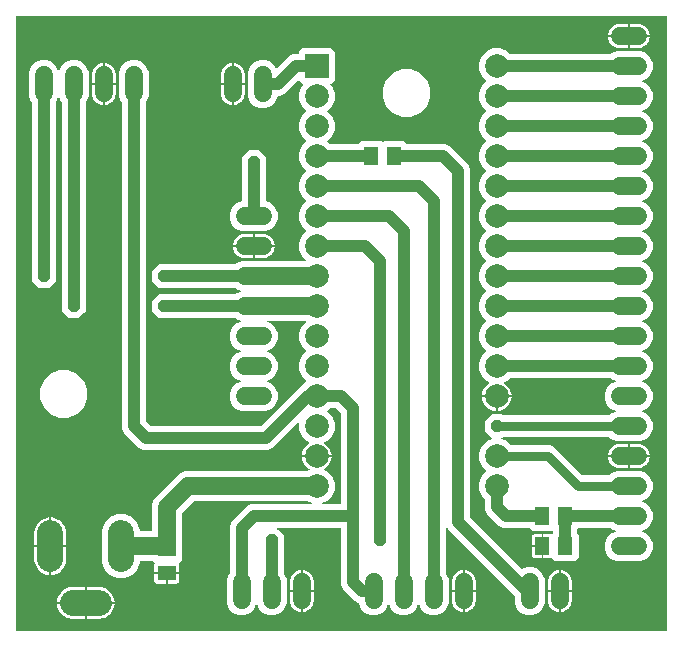
<source format=gbr>
G04 EAGLE Gerber RS-274X export*
G75*
%MOMM*%
%FSLAX34Y34*%
%LPD*%
%INBottom Copper*%
%IPPOS*%
%AMOC8*
5,1,8,0,0,1.08239X$1,22.5*%
G01*
%ADD10R,1.600000X1.300000*%
%ADD11R,2.000000X2.000000*%
%ADD12C,2.000000*%
%ADD13C,2.184400*%
%ADD14C,1.524000*%
%ADD15R,1.300000X1.500000*%
%ADD16C,1.000000*%
%ADD17P,1.082390X8X22.500000*%
%ADD18C,0.800000*%
%ADD19C,1.500000*%

G36*
X550050Y-369D02*
X550050Y-369D01*
X550101Y-367D01*
X550133Y-349D01*
X550169Y-341D01*
X550208Y-308D01*
X550253Y-284D01*
X550274Y-254D01*
X550302Y-231D01*
X550323Y-184D01*
X550353Y-142D01*
X550361Y-100D01*
X550373Y-72D01*
X550372Y-42D01*
X550380Y0D01*
X550380Y520000D01*
X550369Y520050D01*
X550367Y520101D01*
X550349Y520133D01*
X550341Y520169D01*
X550308Y520208D01*
X550284Y520253D01*
X550254Y520274D01*
X550231Y520302D01*
X550184Y520323D01*
X550142Y520353D01*
X550100Y520361D01*
X550072Y520373D01*
X550042Y520372D01*
X550000Y520380D01*
X0Y520380D01*
X-50Y520369D01*
X-101Y520367D01*
X-133Y520349D01*
X-169Y520341D01*
X-208Y520308D01*
X-253Y520284D01*
X-274Y520254D01*
X-302Y520231D01*
X-323Y520184D01*
X-353Y520142D01*
X-361Y520100D01*
X-373Y520072D01*
X-372Y520042D01*
X-380Y520000D01*
X-380Y0D01*
X-369Y-50D01*
X-367Y-101D01*
X-349Y-133D01*
X-341Y-169D01*
X-308Y-208D01*
X-284Y-253D01*
X-254Y-274D01*
X-231Y-302D01*
X-184Y-323D01*
X-142Y-353D01*
X-100Y-361D01*
X-72Y-373D01*
X-42Y-372D01*
X0Y-380D01*
X550000Y-380D01*
X550050Y-369D01*
G37*
%LPC*%
G36*
X187974Y12699D02*
X187974Y12699D01*
X183306Y14633D01*
X179733Y18206D01*
X177799Y22874D01*
X177799Y43166D01*
X179733Y47834D01*
X180308Y48409D01*
X180320Y48429D01*
X180335Y48441D01*
X180353Y48481D01*
X180392Y48536D01*
X180394Y48548D01*
X180399Y48557D01*
X180403Y48592D01*
X180406Y48600D01*
X180406Y48608D01*
X180419Y48678D01*
X180419Y88365D01*
X181954Y92070D01*
X192060Y102177D01*
X192061Y102177D01*
X194950Y105066D01*
X198655Y106601D01*
X249665Y106601D01*
X249677Y106604D01*
X249690Y106602D01*
X249761Y106623D01*
X249833Y106640D01*
X249843Y106648D01*
X249856Y106652D01*
X249910Y106703D01*
X249967Y106750D01*
X249972Y106762D01*
X249982Y106771D01*
X250007Y106841D01*
X250038Y106909D01*
X250037Y106922D01*
X250042Y106934D01*
X250034Y107007D01*
X250031Y107082D01*
X250025Y107093D01*
X250024Y107106D01*
X249984Y107169D01*
X249948Y107234D01*
X249938Y107241D01*
X249931Y107252D01*
X249810Y107332D01*
X245457Y109135D01*
X245365Y109228D01*
X245300Y109268D01*
X245238Y109312D01*
X245226Y109314D01*
X245217Y109319D01*
X245180Y109323D01*
X245096Y109339D01*
X150149Y109339D01*
X150075Y109322D01*
X150000Y109309D01*
X149990Y109302D01*
X149980Y109300D01*
X149951Y109276D01*
X149880Y109228D01*
X139692Y99040D01*
X139652Y98976D01*
X139608Y98914D01*
X139606Y98902D01*
X139601Y98893D01*
X139597Y98856D01*
X139581Y98771D01*
X139581Y77682D01*
X139598Y77608D01*
X139611Y77533D01*
X139618Y77523D01*
X139620Y77513D01*
X139644Y77485D01*
X139692Y77413D01*
X140081Y77025D01*
X140081Y59815D01*
X137134Y56869D01*
X137133Y56868D01*
X137132Y56867D01*
X137087Y56794D01*
X137043Y56722D01*
X137043Y56720D01*
X137042Y56719D01*
X137034Y56633D01*
X137026Y56549D01*
X137027Y56548D01*
X137026Y56547D01*
X137074Y56410D01*
X137368Y55901D01*
X137541Y55255D01*
X137541Y49181D01*
X127381Y49181D01*
X127331Y49170D01*
X127280Y49168D01*
X127248Y49150D01*
X127212Y49142D01*
X127173Y49109D01*
X127128Y49085D01*
X127107Y49055D01*
X127079Y49031D01*
X127058Y48985D01*
X127028Y48943D01*
X127020Y48901D01*
X127008Y48873D01*
X127009Y48843D01*
X127001Y48801D01*
X127001Y48419D01*
X126999Y48419D01*
X126999Y48801D01*
X126988Y48851D01*
X126986Y48902D01*
X126968Y48934D01*
X126960Y48970D01*
X126927Y49009D01*
X126903Y49054D01*
X126873Y49075D01*
X126849Y49103D01*
X126803Y49124D01*
X126761Y49154D01*
X126719Y49162D01*
X126691Y49174D01*
X126661Y49173D01*
X126619Y49181D01*
X116459Y49181D01*
X116459Y55255D01*
X116632Y55901D01*
X116926Y56410D01*
X116927Y56411D01*
X116928Y56412D01*
X116952Y56494D01*
X116977Y56576D01*
X116976Y56577D01*
X116977Y56578D01*
X116962Y56664D01*
X116948Y56747D01*
X116947Y56748D01*
X116947Y56749D01*
X116866Y56869D01*
X115307Y58428D01*
X115242Y58468D01*
X115180Y58512D01*
X115168Y58514D01*
X115160Y58519D01*
X115123Y58523D01*
X115038Y58539D01*
X104803Y58539D01*
X104753Y58528D01*
X104702Y58526D01*
X104670Y58508D01*
X104634Y58500D01*
X104595Y58467D01*
X104550Y58443D01*
X104529Y58413D01*
X104501Y58390D01*
X104480Y58343D01*
X104450Y58301D01*
X104442Y58259D01*
X104430Y58231D01*
X104431Y58201D01*
X104423Y58159D01*
X104423Y57015D01*
X101986Y51133D01*
X97485Y46632D01*
X91603Y44195D01*
X85237Y44195D01*
X79355Y46632D01*
X74854Y51133D01*
X72417Y57015D01*
X72417Y85225D01*
X74854Y91107D01*
X79355Y95608D01*
X85237Y98045D01*
X91603Y98045D01*
X97485Y95608D01*
X101986Y91107D01*
X104423Y85225D01*
X104423Y84081D01*
X104434Y84031D01*
X104436Y83980D01*
X104454Y83948D01*
X104462Y83912D01*
X104495Y83873D01*
X104519Y83828D01*
X104549Y83807D01*
X104572Y83779D01*
X104619Y83758D01*
X104661Y83728D01*
X104703Y83720D01*
X104731Y83708D01*
X104761Y83709D01*
X104803Y83701D01*
X114039Y83701D01*
X114089Y83712D01*
X114140Y83714D01*
X114172Y83732D01*
X114208Y83740D01*
X114247Y83773D01*
X114292Y83797D01*
X114313Y83827D01*
X114341Y83850D01*
X114362Y83897D01*
X114392Y83939D01*
X114400Y83981D01*
X114412Y84009D01*
X114411Y84039D01*
X114419Y84081D01*
X114419Y106642D01*
X116335Y111266D01*
X137654Y132585D01*
X142278Y134501D01*
X245096Y134501D01*
X245170Y134518D01*
X245245Y134531D01*
X245255Y134538D01*
X245265Y134540D01*
X245293Y134564D01*
X245365Y134612D01*
X245457Y134705D01*
X247827Y135686D01*
X247836Y135693D01*
X247847Y135695D01*
X247906Y135743D01*
X247968Y135787D01*
X247973Y135797D01*
X247981Y135804D01*
X248013Y135873D01*
X248049Y135940D01*
X248050Y135951D01*
X248054Y135961D01*
X248052Y136037D01*
X248054Y136114D01*
X248050Y136123D01*
X248050Y136134D01*
X248014Y136202D01*
X247982Y136271D01*
X247974Y136278D01*
X247969Y136287D01*
X247854Y136377D01*
X247427Y136594D01*
X245830Y137754D01*
X244434Y139150D01*
X243274Y140747D01*
X242378Y142506D01*
X241768Y144383D01*
X241459Y146333D01*
X241459Y146559D01*
X253619Y146559D01*
X253669Y146570D01*
X253720Y146572D01*
X253752Y146590D01*
X253788Y146598D01*
X253827Y146631D01*
X253872Y146655D01*
X253893Y146685D01*
X253921Y146708D01*
X253942Y146755D01*
X253971Y146797D01*
X253980Y146839D01*
X253992Y146867D01*
X253991Y146897D01*
X253999Y146939D01*
X253999Y147701D01*
X253987Y147751D01*
X253986Y147802D01*
X253968Y147834D01*
X253960Y147870D01*
X253927Y147909D01*
X253903Y147954D01*
X253873Y147975D01*
X253849Y148003D01*
X253803Y148024D01*
X253761Y148054D01*
X253719Y148062D01*
X253691Y148074D01*
X253661Y148073D01*
X253619Y148081D01*
X241459Y148081D01*
X241459Y148307D01*
X241768Y150257D01*
X242378Y152134D01*
X243274Y153893D01*
X244434Y155490D01*
X245830Y156886D01*
X247427Y158046D01*
X247854Y158263D01*
X247863Y158270D01*
X247873Y158274D01*
X247929Y158326D01*
X247987Y158375D01*
X247991Y158385D01*
X247999Y158392D01*
X248025Y158464D01*
X248056Y158534D01*
X248055Y158545D01*
X248059Y158555D01*
X248051Y158631D01*
X248047Y158707D01*
X248042Y158717D01*
X248041Y158727D01*
X248000Y158792D01*
X247963Y158858D01*
X247954Y158865D01*
X247948Y158874D01*
X247827Y158954D01*
X245457Y159935D01*
X241215Y164177D01*
X238919Y169720D01*
X238919Y175485D01*
X238913Y175510D01*
X238916Y175536D01*
X238894Y175593D01*
X238880Y175654D01*
X238863Y175674D01*
X238854Y175698D01*
X238809Y175740D01*
X238770Y175787D01*
X238746Y175798D01*
X238727Y175815D01*
X238668Y175833D01*
X238611Y175858D01*
X238586Y175857D01*
X238561Y175865D01*
X238500Y175854D01*
X238438Y175852D01*
X238416Y175839D01*
X238390Y175835D01*
X238319Y175787D01*
X238286Y175769D01*
X238280Y175761D01*
X238270Y175754D01*
X216530Y154014D01*
X212825Y152479D01*
X107215Y152479D01*
X103510Y154014D01*
X90514Y167010D01*
X88979Y170715D01*
X88979Y446622D01*
X88962Y446696D01*
X88949Y446770D01*
X88942Y446781D01*
X88940Y446790D01*
X88916Y446819D01*
X88868Y446891D01*
X88293Y447466D01*
X86359Y452134D01*
X86359Y472426D01*
X88293Y477094D01*
X91866Y480667D01*
X96534Y482601D01*
X101586Y482601D01*
X106254Y480667D01*
X109827Y477094D01*
X111761Y472426D01*
X111761Y452134D01*
X109827Y447466D01*
X109252Y446891D01*
X109212Y446826D01*
X109168Y446764D01*
X109166Y446752D01*
X109161Y446743D01*
X109157Y446706D01*
X109141Y446622D01*
X109141Y177053D01*
X109158Y176979D01*
X109171Y176904D01*
X109178Y176894D01*
X109180Y176884D01*
X109204Y176856D01*
X109252Y176784D01*
X113284Y172752D01*
X113349Y172712D01*
X113411Y172668D01*
X113423Y172666D01*
X113431Y172661D01*
X113468Y172657D01*
X113553Y172641D01*
X206487Y172641D01*
X206561Y172658D01*
X206636Y172671D01*
X206646Y172678D01*
X206656Y172680D01*
X206684Y172704D01*
X206756Y172752D01*
X240670Y206666D01*
X241537Y207025D01*
X241538Y207026D01*
X241540Y207027D01*
X241660Y207108D01*
X245104Y210551D01*
X245131Y210594D01*
X245165Y210632D01*
X245176Y210667D01*
X245195Y210698D01*
X245200Y210749D01*
X245214Y210798D01*
X245208Y210834D01*
X245212Y210871D01*
X245194Y210919D01*
X245185Y210969D01*
X245161Y211004D01*
X245150Y211033D01*
X245128Y211054D01*
X245104Y211089D01*
X241215Y214977D01*
X238919Y220520D01*
X238919Y226520D01*
X241215Y232063D01*
X245104Y235951D01*
X245131Y235994D01*
X245165Y236032D01*
X245176Y236067D01*
X245195Y236098D01*
X245200Y236149D01*
X245214Y236198D01*
X245208Y236234D01*
X245212Y236271D01*
X245194Y236319D01*
X245185Y236369D01*
X245161Y236404D01*
X245150Y236433D01*
X245128Y236454D01*
X245104Y236489D01*
X241215Y240377D01*
X238919Y245920D01*
X238919Y251920D01*
X241215Y257463D01*
X244843Y261090D01*
X244856Y261112D01*
X244876Y261128D01*
X244902Y261185D01*
X244934Y261237D01*
X244937Y261263D01*
X244947Y261287D01*
X244945Y261348D01*
X244951Y261410D01*
X244942Y261434D01*
X244941Y261460D01*
X244911Y261514D01*
X244889Y261572D01*
X244870Y261589D01*
X244858Y261612D01*
X244807Y261647D01*
X244762Y261689D01*
X244737Y261697D01*
X244716Y261712D01*
X244632Y261728D01*
X244596Y261739D01*
X244586Y261737D01*
X244574Y261739D01*
X212432Y261739D01*
X212419Y261736D01*
X212406Y261738D01*
X212335Y261717D01*
X212263Y261700D01*
X212253Y261692D01*
X212241Y261688D01*
X212187Y261637D01*
X212129Y261590D01*
X212124Y261578D01*
X212115Y261569D01*
X212089Y261499D01*
X212058Y261431D01*
X212059Y261418D01*
X212054Y261406D01*
X212062Y261332D01*
X212065Y261258D01*
X212071Y261247D01*
X212073Y261234D01*
X212112Y261171D01*
X212148Y261106D01*
X212158Y261099D01*
X212165Y261088D01*
X212286Y261008D01*
X215474Y259687D01*
X219047Y256114D01*
X220981Y251446D01*
X220981Y246394D01*
X219047Y241726D01*
X215474Y238153D01*
X211656Y236571D01*
X211635Y236556D01*
X211611Y236549D01*
X211566Y236506D01*
X211515Y236470D01*
X211503Y236447D01*
X211485Y236430D01*
X211463Y236372D01*
X211434Y236317D01*
X211433Y236291D01*
X211424Y236267D01*
X211431Y236206D01*
X211429Y236144D01*
X211440Y236121D01*
X211443Y236095D01*
X211476Y236043D01*
X211501Y235987D01*
X211522Y235970D01*
X211535Y235949D01*
X211607Y235901D01*
X211636Y235878D01*
X211646Y235876D01*
X211656Y235869D01*
X215474Y234287D01*
X219047Y230714D01*
X220981Y226046D01*
X220981Y220994D01*
X219047Y216326D01*
X215474Y212753D01*
X211656Y211171D01*
X211635Y211156D01*
X211611Y211149D01*
X211566Y211106D01*
X211515Y211070D01*
X211503Y211047D01*
X211485Y211030D01*
X211463Y210972D01*
X211434Y210917D01*
X211433Y210891D01*
X211424Y210867D01*
X211431Y210806D01*
X211429Y210744D01*
X211440Y210721D01*
X211443Y210695D01*
X211476Y210643D01*
X211501Y210587D01*
X211522Y210570D01*
X211535Y210549D01*
X211607Y210501D01*
X211636Y210478D01*
X211646Y210475D01*
X211656Y210469D01*
X215474Y208887D01*
X219047Y205314D01*
X220981Y200646D01*
X220981Y195594D01*
X219047Y190926D01*
X215474Y187353D01*
X210806Y185419D01*
X190514Y185419D01*
X185846Y187353D01*
X182273Y190926D01*
X180339Y195594D01*
X180339Y200646D01*
X182273Y205314D01*
X185846Y208887D01*
X189664Y210469D01*
X189685Y210484D01*
X189709Y210491D01*
X189754Y210534D01*
X189805Y210570D01*
X189817Y210593D01*
X189835Y210610D01*
X189857Y210668D01*
X189886Y210723D01*
X189887Y210749D01*
X189896Y210773D01*
X189889Y210834D01*
X189891Y210896D01*
X189880Y210919D01*
X189877Y210945D01*
X189844Y210997D01*
X189819Y211053D01*
X189798Y211070D01*
X189785Y211091D01*
X189713Y211139D01*
X189684Y211162D01*
X189674Y211164D01*
X189664Y211171D01*
X185846Y212753D01*
X182273Y216326D01*
X180339Y220994D01*
X180339Y226046D01*
X182273Y230714D01*
X185846Y234287D01*
X189664Y235869D01*
X189685Y235884D01*
X189709Y235891D01*
X189754Y235934D01*
X189805Y235970D01*
X189817Y235993D01*
X189835Y236010D01*
X189857Y236068D01*
X189886Y236123D01*
X189887Y236149D01*
X189896Y236173D01*
X189889Y236234D01*
X189891Y236296D01*
X189880Y236319D01*
X189877Y236345D01*
X189844Y236397D01*
X189819Y236453D01*
X189798Y236470D01*
X189785Y236491D01*
X189713Y236539D01*
X189684Y236562D01*
X189674Y236565D01*
X189664Y236571D01*
X185846Y238153D01*
X182273Y241726D01*
X180339Y246394D01*
X180339Y251446D01*
X182273Y256114D01*
X185846Y259687D01*
X189664Y261269D01*
X189667Y261271D01*
X189668Y261271D01*
X189670Y261273D01*
X189685Y261284D01*
X189709Y261291D01*
X189754Y261334D01*
X189805Y261370D01*
X189817Y261393D01*
X189835Y261410D01*
X189857Y261468D01*
X189886Y261523D01*
X189887Y261549D01*
X189896Y261573D01*
X189889Y261634D01*
X189891Y261696D01*
X189880Y261719D01*
X189877Y261745D01*
X189844Y261797D01*
X189819Y261853D01*
X189798Y261870D01*
X189785Y261891D01*
X189713Y261939D01*
X189684Y261962D01*
X189674Y261965D01*
X189664Y261971D01*
X185846Y263553D01*
X185271Y264128D01*
X185206Y264168D01*
X185144Y264212D01*
X185132Y264214D01*
X185123Y264219D01*
X185086Y264223D01*
X185002Y264239D01*
X120284Y264239D01*
X114379Y270144D01*
X114379Y278496D01*
X120284Y284401D01*
X185002Y284401D01*
X185076Y284418D01*
X185150Y284431D01*
X185161Y284438D01*
X185170Y284440D01*
X185199Y284464D01*
X185271Y284512D01*
X185846Y285087D01*
X189664Y286669D01*
X189685Y286684D01*
X189709Y286691D01*
X189754Y286734D01*
X189805Y286770D01*
X189817Y286793D01*
X189835Y286810D01*
X189857Y286868D01*
X189886Y286923D01*
X189887Y286949D01*
X189896Y286973D01*
X189889Y287034D01*
X189891Y287096D01*
X189880Y287119D01*
X189877Y287145D01*
X189844Y287197D01*
X189819Y287253D01*
X189798Y287270D01*
X189785Y287291D01*
X189713Y287339D01*
X189684Y287362D01*
X189674Y287365D01*
X189664Y287371D01*
X185846Y288953D01*
X185271Y289528D01*
X185206Y289568D01*
X185144Y289612D01*
X185132Y289614D01*
X185123Y289619D01*
X185086Y289623D01*
X185002Y289639D01*
X120284Y289639D01*
X114379Y295544D01*
X114379Y303896D01*
X120284Y309801D01*
X185002Y309801D01*
X185076Y309818D01*
X185150Y309831D01*
X185161Y309838D01*
X185170Y309840D01*
X185199Y309864D01*
X185271Y309912D01*
X185846Y310487D01*
X190514Y312421D01*
X210806Y312421D01*
X211026Y312330D01*
X211028Y312329D01*
X211029Y312328D01*
X211172Y312301D01*
X244574Y312301D01*
X244599Y312307D01*
X244625Y312304D01*
X244682Y312326D01*
X244743Y312340D01*
X244763Y312357D01*
X244787Y312366D01*
X244829Y312411D01*
X244876Y312450D01*
X244887Y312474D01*
X244904Y312493D01*
X244922Y312552D01*
X244947Y312609D01*
X244946Y312634D01*
X244954Y312659D01*
X244943Y312720D01*
X244941Y312782D01*
X244928Y312804D01*
X244924Y312830D01*
X244876Y312901D01*
X244858Y312934D01*
X244850Y312940D01*
X244843Y312950D01*
X241215Y316577D01*
X238919Y322120D01*
X238919Y328120D01*
X241215Y333663D01*
X245104Y337551D01*
X245131Y337594D01*
X245165Y337632D01*
X245176Y337667D01*
X245195Y337698D01*
X245200Y337749D01*
X245214Y337798D01*
X245208Y337834D01*
X245212Y337871D01*
X245194Y337919D01*
X245185Y337969D01*
X245161Y338004D01*
X245150Y338033D01*
X245128Y338054D01*
X245104Y338089D01*
X241215Y341977D01*
X238919Y347520D01*
X238919Y353520D01*
X241215Y359063D01*
X245104Y362951D01*
X245131Y362994D01*
X245165Y363032D01*
X245176Y363067D01*
X245195Y363098D01*
X245200Y363149D01*
X245214Y363198D01*
X245208Y363234D01*
X245212Y363271D01*
X245194Y363319D01*
X245185Y363369D01*
X245161Y363404D01*
X245150Y363433D01*
X245128Y363454D01*
X245104Y363489D01*
X241215Y367377D01*
X238919Y372920D01*
X238919Y378920D01*
X241215Y384463D01*
X245104Y388351D01*
X245116Y388371D01*
X245133Y388385D01*
X245143Y388408D01*
X245165Y388432D01*
X245176Y388467D01*
X245195Y388498D01*
X245198Y388531D01*
X245204Y388543D01*
X245203Y388559D01*
X245214Y388598D01*
X245208Y388634D01*
X245212Y388671D01*
X245197Y388709D01*
X245197Y388716D01*
X245192Y388725D01*
X245185Y388769D01*
X245161Y388804D01*
X245150Y388833D01*
X245128Y388854D01*
X245104Y388889D01*
X241215Y392777D01*
X238919Y398320D01*
X238919Y404320D01*
X241215Y409863D01*
X245104Y413751D01*
X245131Y413794D01*
X245165Y413832D01*
X245176Y413867D01*
X245195Y413898D01*
X245200Y413949D01*
X245214Y413998D01*
X245208Y414034D01*
X245212Y414071D01*
X245194Y414119D01*
X245185Y414169D01*
X245161Y414204D01*
X245150Y414233D01*
X245128Y414254D01*
X245104Y414289D01*
X241215Y418177D01*
X238919Y423720D01*
X238919Y429720D01*
X241215Y435263D01*
X245104Y439151D01*
X245131Y439194D01*
X245165Y439232D01*
X245176Y439267D01*
X245195Y439298D01*
X245200Y439349D01*
X245214Y439398D01*
X245208Y439434D01*
X245212Y439471D01*
X245194Y439519D01*
X245185Y439569D01*
X245161Y439604D01*
X245150Y439633D01*
X245128Y439654D01*
X245104Y439689D01*
X241215Y443577D01*
X238919Y449120D01*
X238919Y455120D01*
X241215Y460663D01*
X242343Y461790D01*
X242356Y461812D01*
X242376Y461828D01*
X242402Y461885D01*
X242434Y461937D01*
X242437Y461963D01*
X242447Y461987D01*
X242445Y462048D01*
X242451Y462110D01*
X242442Y462134D01*
X242441Y462160D01*
X242411Y462214D01*
X242389Y462272D01*
X242370Y462289D01*
X242358Y462312D01*
X242307Y462347D01*
X242262Y462389D01*
X242237Y462397D01*
X242216Y462412D01*
X242132Y462428D01*
X242096Y462439D01*
X242086Y462437D01*
X242074Y462439D01*
X241895Y462439D01*
X238914Y465420D01*
X238871Y465447D01*
X238834Y465482D01*
X238798Y465492D01*
X238767Y465512D01*
X238716Y465517D01*
X238667Y465531D01*
X238631Y465525D01*
X238595Y465528D01*
X238547Y465510D01*
X238497Y465501D01*
X238461Y465478D01*
X238433Y465467D01*
X238412Y465444D01*
X238377Y465420D01*
X226690Y453734D01*
X222985Y452199D01*
X221262Y452199D01*
X221200Y452185D01*
X221137Y452178D01*
X221117Y452165D01*
X221093Y452160D01*
X221044Y452119D01*
X220991Y452085D01*
X220976Y452063D01*
X220960Y452050D01*
X220944Y452015D01*
X220911Y451965D01*
X219047Y447466D01*
X215474Y443893D01*
X210806Y441959D01*
X205754Y441959D01*
X201086Y443893D01*
X197513Y447466D01*
X195579Y452134D01*
X195579Y472426D01*
X197513Y477094D01*
X201086Y480667D01*
X205754Y482601D01*
X210806Y482601D01*
X215474Y480667D01*
X219047Y477094D01*
X219559Y475859D01*
X219581Y475828D01*
X219595Y475792D01*
X219631Y475758D01*
X219660Y475718D01*
X219694Y475700D01*
X219722Y475674D01*
X219769Y475660D01*
X219813Y475637D01*
X219851Y475636D01*
X219888Y475625D01*
X219937Y475633D01*
X219986Y475632D01*
X220021Y475648D01*
X220059Y475654D01*
X220109Y475688D01*
X220144Y475704D01*
X220157Y475720D01*
X220179Y475735D01*
X230510Y486066D01*
X234215Y487601D01*
X238539Y487601D01*
X238589Y487612D01*
X238640Y487614D01*
X238672Y487632D01*
X238708Y487640D01*
X238747Y487673D01*
X238792Y487697D01*
X238813Y487727D01*
X238841Y487750D01*
X238862Y487797D01*
X238892Y487839D01*
X238900Y487881D01*
X238912Y487909D01*
X238911Y487939D01*
X238919Y487981D01*
X238919Y489625D01*
X241895Y492601D01*
X266105Y492601D01*
X269081Y489625D01*
X269081Y465415D01*
X266105Y462439D01*
X265926Y462439D01*
X265901Y462433D01*
X265875Y462436D01*
X265818Y462414D01*
X265757Y462400D01*
X265737Y462383D01*
X265713Y462374D01*
X265671Y462329D01*
X265624Y462290D01*
X265613Y462266D01*
X265596Y462247D01*
X265578Y462188D01*
X265553Y462131D01*
X265554Y462106D01*
X265546Y462081D01*
X265557Y462020D01*
X265559Y461958D01*
X265572Y461936D01*
X265576Y461910D01*
X265624Y461839D01*
X265642Y461806D01*
X265650Y461800D01*
X265657Y461790D01*
X266785Y460663D01*
X269081Y455120D01*
X269081Y449120D01*
X266785Y443577D01*
X262896Y439689D01*
X262869Y439646D01*
X262835Y439608D01*
X262824Y439573D01*
X262805Y439542D01*
X262800Y439491D01*
X262786Y439442D01*
X262792Y439406D01*
X262788Y439369D01*
X262806Y439322D01*
X262815Y439271D01*
X262839Y439236D01*
X262850Y439207D01*
X262872Y439186D01*
X262896Y439151D01*
X266785Y435263D01*
X269081Y429720D01*
X269081Y423720D01*
X266785Y418177D01*
X262896Y414289D01*
X262869Y414246D01*
X262835Y414208D01*
X262824Y414173D01*
X262805Y414142D01*
X262800Y414091D01*
X262786Y414042D01*
X262792Y414006D01*
X262788Y413969D01*
X262806Y413922D01*
X262815Y413871D01*
X262839Y413836D01*
X262850Y413807D01*
X262872Y413786D01*
X262896Y413751D01*
X265135Y411512D01*
X265200Y411472D01*
X265262Y411428D01*
X265274Y411426D01*
X265283Y411421D01*
X265320Y411417D01*
X265404Y411401D01*
X289118Y411401D01*
X289192Y411418D01*
X289267Y411431D01*
X289277Y411438D01*
X289287Y411440D01*
X289316Y411464D01*
X289387Y411512D01*
X291775Y413901D01*
X308985Y413901D01*
X309611Y413274D01*
X309654Y413247D01*
X309692Y413213D01*
X309727Y413202D01*
X309758Y413183D01*
X309809Y413178D01*
X309858Y413163D01*
X309894Y413170D01*
X309931Y413166D01*
X309978Y413184D01*
X310029Y413193D01*
X310064Y413217D01*
X310093Y413228D01*
X310114Y413250D01*
X310149Y413274D01*
X310775Y413901D01*
X327985Y413901D01*
X330373Y411512D01*
X330438Y411472D01*
X330500Y411428D01*
X330512Y411426D01*
X330520Y411421D01*
X330557Y411417D01*
X330642Y411401D01*
X362685Y411401D01*
X366390Y409866D01*
X381926Y394330D01*
X383461Y390625D01*
X383461Y95773D01*
X383478Y95699D01*
X383491Y95624D01*
X383498Y95614D01*
X383500Y95604D01*
X383524Y95576D01*
X383572Y95504D01*
X427336Y51740D01*
X427390Y51707D01*
X427439Y51667D01*
X427463Y51661D01*
X427483Y51649D01*
X427547Y51643D01*
X427609Y51629D01*
X427635Y51634D01*
X427656Y51632D01*
X427691Y51646D01*
X427751Y51658D01*
X431814Y53341D01*
X436866Y53341D01*
X441534Y51407D01*
X445107Y47834D01*
X447041Y43166D01*
X447041Y22874D01*
X445107Y18206D01*
X441534Y14633D01*
X436866Y12699D01*
X431814Y12699D01*
X427146Y14633D01*
X423573Y18206D01*
X421639Y22874D01*
X421639Y28767D01*
X421622Y28841D01*
X421609Y28916D01*
X421602Y28926D01*
X421600Y28936D01*
X421576Y28964D01*
X421528Y29036D01*
X364834Y85730D01*
X363872Y88051D01*
X363865Y88062D01*
X363862Y88075D01*
X363815Y88132D01*
X363771Y88192D01*
X363760Y88198D01*
X363752Y88208D01*
X363684Y88239D01*
X363618Y88274D01*
X363605Y88274D01*
X363593Y88279D01*
X363519Y88276D01*
X363445Y88279D01*
X363433Y88273D01*
X363420Y88273D01*
X363355Y88237D01*
X363288Y88206D01*
X363279Y88196D01*
X363268Y88190D01*
X363225Y88129D01*
X363179Y88071D01*
X363176Y88059D01*
X363168Y88048D01*
X363141Y87906D01*
X363141Y48678D01*
X363158Y48604D01*
X363160Y48595D01*
X363161Y48571D01*
X363165Y48563D01*
X363171Y48530D01*
X363178Y48519D01*
X363180Y48510D01*
X363204Y48481D01*
X363234Y48436D01*
X363243Y48419D01*
X363248Y48416D01*
X363252Y48409D01*
X363827Y47834D01*
X365761Y43166D01*
X365761Y22874D01*
X363827Y18206D01*
X360254Y14633D01*
X355586Y12699D01*
X350534Y12699D01*
X345866Y14633D01*
X342293Y18206D01*
X340711Y22024D01*
X340696Y22045D01*
X340689Y22069D01*
X340646Y22114D01*
X340610Y22165D01*
X340587Y22177D01*
X340570Y22195D01*
X340512Y22217D01*
X340457Y22246D01*
X340431Y22247D01*
X340407Y22256D01*
X340346Y22249D01*
X340284Y22251D01*
X340261Y22240D01*
X340235Y22237D01*
X340183Y22204D01*
X340127Y22179D01*
X340110Y22158D01*
X340089Y22145D01*
X340041Y22073D01*
X340018Y22044D01*
X340015Y22034D01*
X340009Y22024D01*
X338427Y18206D01*
X334854Y14633D01*
X330186Y12699D01*
X325134Y12699D01*
X320466Y14633D01*
X316893Y18206D01*
X315311Y22024D01*
X315296Y22045D01*
X315289Y22069D01*
X315246Y22114D01*
X315210Y22165D01*
X315187Y22177D01*
X315170Y22195D01*
X315112Y22217D01*
X315057Y22246D01*
X315031Y22247D01*
X315007Y22256D01*
X314946Y22249D01*
X314884Y22251D01*
X314861Y22240D01*
X314835Y22237D01*
X314783Y22204D01*
X314727Y22179D01*
X314710Y22158D01*
X314689Y22145D01*
X314641Y22073D01*
X314618Y22044D01*
X314615Y22034D01*
X314609Y22024D01*
X313027Y18206D01*
X309454Y14633D01*
X304786Y12699D01*
X299734Y12699D01*
X295066Y14633D01*
X291493Y18206D01*
X289559Y22874D01*
X289559Y22907D01*
X289545Y22969D01*
X289538Y23032D01*
X289525Y23052D01*
X289520Y23076D01*
X289479Y23125D01*
X289445Y23178D01*
X289423Y23193D01*
X289410Y23209D01*
X289375Y23225D01*
X289325Y23258D01*
X286390Y24474D01*
X275934Y34930D01*
X274399Y38635D01*
X274399Y86059D01*
X274388Y86109D01*
X274386Y86160D01*
X274368Y86192D01*
X274360Y86228D01*
X274327Y86267D01*
X274303Y86312D01*
X274273Y86333D01*
X274250Y86361D01*
X274203Y86382D01*
X274161Y86412D01*
X274119Y86420D01*
X274091Y86432D01*
X274061Y86431D01*
X274019Y86439D01*
X220835Y86439D01*
X220810Y86433D01*
X220784Y86436D01*
X220727Y86414D01*
X220666Y86400D01*
X220646Y86383D01*
X220622Y86374D01*
X220580Y86329D01*
X220533Y86290D01*
X220522Y86266D01*
X220505Y86247D01*
X220487Y86188D01*
X220462Y86131D01*
X220463Y86106D01*
X220455Y86081D01*
X220466Y86020D01*
X220468Y85958D01*
X220481Y85936D01*
X220485Y85910D01*
X220533Y85839D01*
X220551Y85806D01*
X220559Y85800D01*
X220566Y85790D01*
X221557Y84800D01*
X221557Y84799D01*
X224499Y81857D01*
X224500Y81857D01*
X225981Y80376D01*
X225981Y48678D01*
X225998Y48604D01*
X226000Y48595D01*
X226001Y48571D01*
X226005Y48563D01*
X226011Y48530D01*
X226018Y48519D01*
X226020Y48510D01*
X226044Y48481D01*
X226074Y48436D01*
X226083Y48419D01*
X226088Y48416D01*
X226092Y48409D01*
X226667Y47834D01*
X228601Y43166D01*
X228601Y22874D01*
X226667Y18206D01*
X223094Y14633D01*
X218426Y12699D01*
X213374Y12699D01*
X208706Y14633D01*
X205133Y18206D01*
X203551Y22024D01*
X203536Y22045D01*
X203529Y22069D01*
X203486Y22114D01*
X203450Y22165D01*
X203427Y22177D01*
X203410Y22195D01*
X203352Y22217D01*
X203297Y22246D01*
X203271Y22247D01*
X203247Y22256D01*
X203186Y22249D01*
X203124Y22251D01*
X203101Y22240D01*
X203075Y22237D01*
X203023Y22204D01*
X202967Y22179D01*
X202950Y22158D01*
X202929Y22145D01*
X202881Y22073D01*
X202858Y22044D01*
X202855Y22034D01*
X202849Y22024D01*
X201267Y18206D01*
X197694Y14633D01*
X193026Y12699D01*
X187974Y12699D01*
G37*
%LPD*%
%LPC*%
G36*
X508014Y58419D02*
X508014Y58419D01*
X503346Y60353D01*
X499773Y63926D01*
X497839Y68594D01*
X497839Y73646D01*
X499773Y78314D01*
X503346Y81887D01*
X507164Y83469D01*
X507185Y83484D01*
X507209Y83491D01*
X507254Y83534D01*
X507305Y83570D01*
X507317Y83592D01*
X507335Y83610D01*
X507357Y83668D01*
X507386Y83723D01*
X507387Y83749D01*
X507396Y83773D01*
X507389Y83834D01*
X507391Y83896D01*
X507380Y83919D01*
X507377Y83945D01*
X507344Y83997D01*
X507319Y84053D01*
X507298Y84070D01*
X507285Y84091D01*
X507213Y84139D01*
X507184Y84162D01*
X507174Y84164D01*
X507164Y84171D01*
X503346Y85753D01*
X502771Y86328D01*
X502706Y86368D01*
X502644Y86412D01*
X502632Y86414D01*
X502623Y86419D01*
X502586Y86423D01*
X502502Y86439D01*
X475422Y86439D01*
X475348Y86422D01*
X475273Y86409D01*
X475263Y86402D01*
X475253Y86400D01*
X475224Y86376D01*
X475153Y86328D01*
X474352Y85527D01*
X474312Y85462D01*
X474268Y85400D01*
X474266Y85388D01*
X474261Y85380D01*
X474257Y85343D01*
X474241Y85258D01*
X474241Y82382D01*
X474258Y82308D01*
X474271Y82233D01*
X474278Y82223D01*
X474280Y82213D01*
X474304Y82184D01*
X474352Y82113D01*
X475741Y80725D01*
X475741Y61515D01*
X472765Y58539D01*
X455555Y58539D01*
X452955Y61140D01*
X452922Y61160D01*
X452895Y61189D01*
X452849Y61205D01*
X452808Y61231D01*
X452769Y61235D01*
X452732Y61248D01*
X452673Y61244D01*
X452635Y61248D01*
X452615Y61240D01*
X452588Y61238D01*
X451995Y61079D01*
X445921Y61079D01*
X445921Y70739D01*
X445910Y70789D01*
X445908Y70840D01*
X445890Y70872D01*
X445882Y70908D01*
X445849Y70947D01*
X445825Y70992D01*
X445795Y71013D01*
X445771Y71041D01*
X445725Y71062D01*
X445683Y71092D01*
X445641Y71100D01*
X445613Y71112D01*
X445583Y71111D01*
X445541Y71119D01*
X445159Y71119D01*
X445159Y71121D01*
X445541Y71121D01*
X445591Y71132D01*
X445642Y71134D01*
X445674Y71152D01*
X445710Y71160D01*
X445749Y71193D01*
X445794Y71217D01*
X445815Y71247D01*
X445843Y71271D01*
X445864Y71317D01*
X445894Y71359D01*
X445902Y71401D01*
X445914Y71429D01*
X445913Y71459D01*
X445921Y71501D01*
X445921Y81161D01*
X451995Y81161D01*
X452588Y81002D01*
X452627Y81001D01*
X452664Y80989D01*
X452686Y80993D01*
X452691Y80993D01*
X452704Y80996D01*
X452712Y80998D01*
X452761Y80996D01*
X452796Y81012D01*
X452835Y81019D01*
X452853Y81031D01*
X452859Y81033D01*
X452879Y81049D01*
X452884Y81053D01*
X452918Y81068D01*
X452932Y81085D01*
X452955Y81100D01*
X453968Y82113D01*
X454008Y82178D01*
X454052Y82240D01*
X454054Y82252D01*
X454059Y82260D01*
X454063Y82297D01*
X454079Y82382D01*
X454079Y83559D01*
X454068Y83609D01*
X454066Y83660D01*
X454048Y83692D01*
X454040Y83728D01*
X454007Y83767D01*
X453983Y83812D01*
X453953Y83833D01*
X453930Y83861D01*
X453883Y83882D01*
X453841Y83912D01*
X453799Y83920D01*
X453771Y83932D01*
X453741Y83931D01*
X453699Y83939D01*
X436555Y83939D01*
X434167Y86328D01*
X434102Y86368D01*
X434040Y86412D01*
X434028Y86414D01*
X434020Y86419D01*
X433983Y86423D01*
X433898Y86439D01*
X412015Y86439D01*
X408310Y87974D01*
X397854Y98430D01*
X396319Y102135D01*
X396319Y110516D01*
X396302Y110590D01*
X396289Y110665D01*
X396282Y110675D01*
X396280Y110685D01*
X396256Y110713D01*
X396208Y110785D01*
X393615Y113377D01*
X391319Y118920D01*
X391319Y124920D01*
X393615Y130463D01*
X397504Y134351D01*
X397515Y134369D01*
X397526Y134378D01*
X397536Y134400D01*
X397565Y134432D01*
X397576Y134467D01*
X397595Y134498D01*
X397600Y134549D01*
X397614Y134598D01*
X397608Y134634D01*
X397612Y134671D01*
X397594Y134718D01*
X397585Y134769D01*
X397561Y134804D01*
X397550Y134833D01*
X397528Y134854D01*
X397504Y134889D01*
X393615Y138777D01*
X391319Y144320D01*
X391319Y150320D01*
X393615Y155863D01*
X397857Y160105D01*
X402212Y161908D01*
X402243Y161931D01*
X402279Y161945D01*
X402312Y161981D01*
X402353Y162009D01*
X402371Y162043D01*
X402397Y162072D01*
X402411Y162119D01*
X402434Y162162D01*
X402435Y162201D01*
X402446Y162238D01*
X402437Y162286D01*
X402439Y162336D01*
X402423Y162371D01*
X402416Y162408D01*
X402382Y162459D01*
X402366Y162493D01*
X402350Y162506D01*
X402335Y162529D01*
X396319Y168544D01*
X396319Y176896D01*
X402224Y182801D01*
X410576Y182801D01*
X411464Y181912D01*
X411529Y181872D01*
X411591Y181828D01*
X411603Y181826D01*
X411611Y181821D01*
X411648Y181817D01*
X411733Y181801D01*
X501502Y181801D01*
X501576Y181818D01*
X501650Y181831D01*
X501661Y181838D01*
X501670Y181840D01*
X501699Y181864D01*
X501771Y181912D01*
X503346Y183487D01*
X507164Y185069D01*
X507185Y185084D01*
X507209Y185091D01*
X507254Y185134D01*
X507305Y185170D01*
X507317Y185193D01*
X507335Y185210D01*
X507357Y185268D01*
X507386Y185323D01*
X507387Y185349D01*
X507396Y185373D01*
X507389Y185434D01*
X507391Y185496D01*
X507380Y185519D01*
X507377Y185545D01*
X507344Y185597D01*
X507319Y185653D01*
X507298Y185670D01*
X507285Y185691D01*
X507213Y185739D01*
X507184Y185762D01*
X507174Y185764D01*
X507164Y185771D01*
X503346Y187353D01*
X499773Y190926D01*
X497839Y195594D01*
X497839Y200646D01*
X499773Y205314D01*
X503346Y208887D01*
X507164Y210469D01*
X507185Y210484D01*
X507209Y210491D01*
X507254Y210534D01*
X507305Y210570D01*
X507317Y210593D01*
X507335Y210610D01*
X507357Y210668D01*
X507386Y210723D01*
X507387Y210749D01*
X507396Y210773D01*
X507389Y210834D01*
X507391Y210896D01*
X507380Y210919D01*
X507377Y210945D01*
X507344Y210997D01*
X507319Y211053D01*
X507298Y211070D01*
X507285Y211091D01*
X507213Y211139D01*
X507184Y211162D01*
X507174Y211165D01*
X507164Y211171D01*
X503346Y212753D01*
X502771Y213328D01*
X502706Y213368D01*
X502644Y213412D01*
X502632Y213414D01*
X502623Y213419D01*
X502586Y213423D01*
X502502Y213439D01*
X417804Y213439D01*
X417730Y213422D01*
X417655Y213409D01*
X417645Y213402D01*
X417635Y213400D01*
X417607Y213376D01*
X417535Y213328D01*
X414943Y210735D01*
X412573Y209754D01*
X412564Y209747D01*
X412553Y209745D01*
X412494Y209697D01*
X412432Y209653D01*
X412427Y209643D01*
X412419Y209636D01*
X412387Y209567D01*
X412351Y209500D01*
X412350Y209489D01*
X412346Y209479D01*
X412348Y209403D01*
X412346Y209326D01*
X412350Y209317D01*
X412350Y209306D01*
X412386Y209238D01*
X412418Y209169D01*
X412426Y209162D01*
X412431Y209153D01*
X412546Y209063D01*
X412973Y208846D01*
X414570Y207686D01*
X415966Y206290D01*
X417126Y204693D01*
X418022Y202934D01*
X418632Y201057D01*
X418941Y199107D01*
X418941Y198881D01*
X406781Y198881D01*
X406731Y198870D01*
X406680Y198868D01*
X406648Y198850D01*
X406612Y198842D01*
X406573Y198809D01*
X406528Y198785D01*
X406507Y198755D01*
X406479Y198732D01*
X406458Y198685D01*
X406429Y198643D01*
X406420Y198601D01*
X406408Y198573D01*
X406408Y198564D01*
X406408Y198563D01*
X406409Y198541D01*
X406401Y198501D01*
X406401Y198119D01*
X406399Y198119D01*
X406399Y198501D01*
X406387Y198551D01*
X406386Y198602D01*
X406368Y198634D01*
X406360Y198670D01*
X406327Y198709D01*
X406303Y198754D01*
X406273Y198775D01*
X406249Y198803D01*
X406203Y198824D01*
X406161Y198854D01*
X406119Y198862D01*
X406091Y198874D01*
X406061Y198873D01*
X406019Y198881D01*
X393859Y198881D01*
X393859Y199107D01*
X394168Y201057D01*
X394778Y202934D01*
X395674Y204693D01*
X396834Y206290D01*
X398230Y207686D01*
X399827Y208846D01*
X400254Y209063D01*
X400263Y209070D01*
X400273Y209074D01*
X400329Y209126D01*
X400387Y209175D01*
X400391Y209185D01*
X400399Y209192D01*
X400425Y209264D01*
X400456Y209334D01*
X400455Y209345D01*
X400459Y209355D01*
X400451Y209431D01*
X400447Y209507D01*
X400442Y209517D01*
X400441Y209527D01*
X400400Y209592D01*
X400363Y209658D01*
X400354Y209665D01*
X400348Y209674D01*
X400227Y209754D01*
X397857Y210735D01*
X393615Y214977D01*
X391319Y220520D01*
X391319Y226520D01*
X393615Y232063D01*
X397504Y235951D01*
X397531Y235994D01*
X397565Y236032D01*
X397576Y236067D01*
X397595Y236098D01*
X397600Y236149D01*
X397614Y236198D01*
X397608Y236234D01*
X397612Y236271D01*
X397594Y236318D01*
X397585Y236369D01*
X397561Y236404D01*
X397550Y236433D01*
X397528Y236454D01*
X397504Y236489D01*
X393615Y240377D01*
X391319Y245920D01*
X391319Y251920D01*
X393615Y257463D01*
X397504Y261351D01*
X397516Y261370D01*
X397529Y261381D01*
X397539Y261404D01*
X397565Y261432D01*
X397576Y261467D01*
X397595Y261498D01*
X397599Y261536D01*
X397600Y261540D01*
X397600Y261548D01*
X397600Y261549D01*
X397614Y261598D01*
X397608Y261634D01*
X397612Y261671D01*
X397594Y261718D01*
X397585Y261769D01*
X397561Y261804D01*
X397550Y261833D01*
X397528Y261854D01*
X397504Y261889D01*
X393615Y265777D01*
X391319Y271320D01*
X391319Y277320D01*
X393615Y282863D01*
X397504Y286751D01*
X397531Y286794D01*
X397565Y286832D01*
X397576Y286867D01*
X397595Y286898D01*
X397600Y286949D01*
X397614Y286998D01*
X397608Y287034D01*
X397612Y287071D01*
X397594Y287119D01*
X397585Y287169D01*
X397561Y287204D01*
X397550Y287233D01*
X397528Y287254D01*
X397504Y287289D01*
X393615Y291177D01*
X391319Y296720D01*
X391319Y302720D01*
X393615Y308263D01*
X397504Y312151D01*
X397531Y312194D01*
X397565Y312232D01*
X397576Y312267D01*
X397595Y312298D01*
X397600Y312349D01*
X397614Y312398D01*
X397608Y312434D01*
X397612Y312471D01*
X397594Y312518D01*
X397585Y312569D01*
X397561Y312604D01*
X397550Y312633D01*
X397528Y312654D01*
X397504Y312689D01*
X393615Y316577D01*
X391319Y322120D01*
X391319Y328120D01*
X393615Y333663D01*
X397504Y337551D01*
X397531Y337594D01*
X397565Y337632D01*
X397576Y337667D01*
X397595Y337698D01*
X397600Y337749D01*
X397614Y337798D01*
X397608Y337834D01*
X397612Y337871D01*
X397594Y337918D01*
X397585Y337969D01*
X397561Y338004D01*
X397550Y338033D01*
X397528Y338054D01*
X397504Y338089D01*
X393615Y341977D01*
X391319Y347520D01*
X391319Y353520D01*
X393615Y359063D01*
X397504Y362951D01*
X397531Y362994D01*
X397565Y363032D01*
X397576Y363067D01*
X397595Y363098D01*
X397600Y363149D01*
X397614Y363198D01*
X397608Y363234D01*
X397612Y363271D01*
X397594Y363318D01*
X397585Y363369D01*
X397561Y363404D01*
X397550Y363433D01*
X397528Y363454D01*
X397504Y363489D01*
X393615Y367377D01*
X391319Y372920D01*
X391319Y378920D01*
X393615Y384463D01*
X397504Y388351D01*
X397516Y388371D01*
X397533Y388385D01*
X397543Y388408D01*
X397565Y388432D01*
X397576Y388467D01*
X397595Y388498D01*
X397598Y388531D01*
X397604Y388543D01*
X397603Y388559D01*
X397614Y388598D01*
X397608Y388634D01*
X397612Y388671D01*
X397597Y388708D01*
X397597Y388716D01*
X397592Y388725D01*
X397585Y388769D01*
X397561Y388804D01*
X397550Y388833D01*
X397528Y388854D01*
X397504Y388889D01*
X393615Y392777D01*
X391319Y398320D01*
X391319Y404320D01*
X393615Y409863D01*
X397504Y413751D01*
X397531Y413794D01*
X397565Y413832D01*
X397576Y413867D01*
X397595Y413898D01*
X397600Y413949D01*
X397614Y413998D01*
X397608Y414034D01*
X397612Y414071D01*
X397594Y414118D01*
X397585Y414169D01*
X397561Y414204D01*
X397550Y414233D01*
X397528Y414254D01*
X397504Y414289D01*
X393615Y418177D01*
X391319Y423720D01*
X391319Y429720D01*
X393615Y435263D01*
X397504Y439151D01*
X397531Y439194D01*
X397565Y439232D01*
X397576Y439267D01*
X397595Y439298D01*
X397600Y439349D01*
X397614Y439398D01*
X397608Y439434D01*
X397612Y439471D01*
X397594Y439518D01*
X397585Y439569D01*
X397561Y439604D01*
X397550Y439633D01*
X397528Y439654D01*
X397504Y439689D01*
X393615Y443577D01*
X391319Y449120D01*
X391319Y455120D01*
X393615Y460663D01*
X397504Y464551D01*
X397531Y464594D01*
X397565Y464632D01*
X397576Y464667D01*
X397595Y464698D01*
X397600Y464749D01*
X397614Y464798D01*
X397608Y464834D01*
X397612Y464871D01*
X397594Y464918D01*
X397585Y464969D01*
X397561Y465004D01*
X397550Y465033D01*
X397528Y465054D01*
X397504Y465089D01*
X393615Y468977D01*
X391319Y474520D01*
X391319Y480520D01*
X393615Y486063D01*
X397857Y490305D01*
X403400Y492601D01*
X409400Y492601D01*
X414943Y490305D01*
X417535Y487712D01*
X417600Y487672D01*
X417662Y487628D01*
X417674Y487626D01*
X417682Y487621D01*
X417720Y487617D01*
X417804Y487601D01*
X502502Y487601D01*
X502576Y487618D01*
X502650Y487631D01*
X502661Y487638D01*
X502670Y487640D01*
X502699Y487664D01*
X502771Y487712D01*
X503346Y488287D01*
X508014Y490221D01*
X528306Y490221D01*
X532974Y488287D01*
X536547Y484714D01*
X538481Y480046D01*
X538481Y474994D01*
X536547Y470326D01*
X532974Y466753D01*
X529156Y465171D01*
X529135Y465156D01*
X529111Y465149D01*
X529066Y465106D01*
X529015Y465070D01*
X529003Y465047D01*
X528985Y465030D01*
X528963Y464972D01*
X528934Y464917D01*
X528933Y464891D01*
X528924Y464867D01*
X528931Y464806D01*
X528929Y464744D01*
X528940Y464721D01*
X528943Y464695D01*
X528976Y464643D01*
X529001Y464587D01*
X529022Y464570D01*
X529035Y464549D01*
X529107Y464501D01*
X529136Y464478D01*
X529146Y464475D01*
X529156Y464469D01*
X532974Y462887D01*
X536547Y459314D01*
X538481Y454646D01*
X538481Y449594D01*
X536547Y444926D01*
X532974Y441353D01*
X529156Y439771D01*
X529135Y439756D01*
X529111Y439749D01*
X529066Y439706D01*
X529015Y439670D01*
X529003Y439647D01*
X528985Y439630D01*
X528963Y439572D01*
X528934Y439517D01*
X528933Y439491D01*
X528924Y439467D01*
X528931Y439406D01*
X528929Y439344D01*
X528940Y439321D01*
X528943Y439295D01*
X528976Y439243D01*
X529001Y439187D01*
X529022Y439170D01*
X529035Y439149D01*
X529107Y439101D01*
X529136Y439078D01*
X529146Y439075D01*
X529156Y439069D01*
X532974Y437487D01*
X536547Y433914D01*
X538481Y429246D01*
X538481Y424194D01*
X536547Y419526D01*
X532974Y415953D01*
X529156Y414371D01*
X529135Y414356D01*
X529111Y414349D01*
X529066Y414306D01*
X529015Y414270D01*
X529003Y414247D01*
X528985Y414230D01*
X528963Y414172D01*
X528934Y414117D01*
X528933Y414091D01*
X528924Y414067D01*
X528931Y414006D01*
X528929Y413944D01*
X528940Y413921D01*
X528943Y413895D01*
X528976Y413843D01*
X529001Y413787D01*
X529022Y413770D01*
X529035Y413749D01*
X529107Y413701D01*
X529136Y413678D01*
X529146Y413675D01*
X529156Y413669D01*
X532974Y412087D01*
X536547Y408514D01*
X538481Y403846D01*
X538481Y398794D01*
X536547Y394126D01*
X532974Y390553D01*
X529156Y388971D01*
X529135Y388956D01*
X529111Y388949D01*
X529066Y388906D01*
X529015Y388870D01*
X529003Y388847D01*
X528985Y388830D01*
X528963Y388772D01*
X528934Y388717D01*
X528933Y388691D01*
X528924Y388667D01*
X528931Y388606D01*
X528929Y388544D01*
X528940Y388521D01*
X528943Y388495D01*
X528976Y388443D01*
X529001Y388387D01*
X529022Y388370D01*
X529035Y388349D01*
X529107Y388301D01*
X529136Y388278D01*
X529146Y388275D01*
X529156Y388269D01*
X532974Y386687D01*
X536547Y383114D01*
X538481Y378446D01*
X538481Y373394D01*
X536547Y368726D01*
X532974Y365153D01*
X529156Y363571D01*
X529135Y363556D01*
X529111Y363549D01*
X529066Y363506D01*
X529015Y363470D01*
X529003Y363447D01*
X528985Y363430D01*
X528963Y363372D01*
X528934Y363317D01*
X528933Y363291D01*
X528924Y363267D01*
X528931Y363206D01*
X528929Y363144D01*
X528940Y363121D01*
X528943Y363095D01*
X528976Y363043D01*
X529001Y362987D01*
X529022Y362970D01*
X529035Y362949D01*
X529107Y362901D01*
X529136Y362878D01*
X529146Y362875D01*
X529156Y362869D01*
X532974Y361287D01*
X536547Y357714D01*
X538481Y353046D01*
X538481Y347994D01*
X536547Y343326D01*
X532974Y339753D01*
X529156Y338171D01*
X529135Y338156D01*
X529111Y338149D01*
X529066Y338106D01*
X529015Y338070D01*
X529003Y338047D01*
X528985Y338030D01*
X528963Y337972D01*
X528934Y337917D01*
X528933Y337891D01*
X528924Y337867D01*
X528931Y337806D01*
X528929Y337744D01*
X528940Y337721D01*
X528943Y337695D01*
X528976Y337643D01*
X529001Y337587D01*
X529022Y337570D01*
X529035Y337549D01*
X529107Y337501D01*
X529136Y337478D01*
X529146Y337475D01*
X529156Y337469D01*
X532974Y335887D01*
X536547Y332314D01*
X538481Y327646D01*
X538481Y322594D01*
X536547Y317926D01*
X532974Y314353D01*
X529156Y312771D01*
X529135Y312756D01*
X529111Y312749D01*
X529066Y312706D01*
X529015Y312670D01*
X529003Y312647D01*
X528985Y312630D01*
X528963Y312572D01*
X528934Y312517D01*
X528933Y312491D01*
X528924Y312467D01*
X528931Y312406D01*
X528929Y312344D01*
X528940Y312321D01*
X528943Y312295D01*
X528976Y312243D01*
X529001Y312187D01*
X529022Y312170D01*
X529035Y312149D01*
X529107Y312101D01*
X529136Y312078D01*
X529146Y312075D01*
X529156Y312069D01*
X532974Y310487D01*
X536547Y306914D01*
X538481Y302246D01*
X538481Y297194D01*
X536547Y292526D01*
X532974Y288953D01*
X529156Y287371D01*
X529135Y287356D01*
X529111Y287349D01*
X529066Y287306D01*
X529015Y287270D01*
X529003Y287247D01*
X528985Y287230D01*
X528963Y287172D01*
X528934Y287117D01*
X528933Y287091D01*
X528924Y287067D01*
X528931Y287006D01*
X528929Y286944D01*
X528940Y286921D01*
X528943Y286895D01*
X528976Y286843D01*
X529001Y286787D01*
X529022Y286770D01*
X529035Y286749D01*
X529107Y286701D01*
X529136Y286678D01*
X529146Y286675D01*
X529156Y286669D01*
X532974Y285087D01*
X536547Y281514D01*
X538481Y276846D01*
X538481Y271794D01*
X536547Y267126D01*
X532974Y263553D01*
X529156Y261971D01*
X529135Y261956D01*
X529111Y261949D01*
X529066Y261906D01*
X529015Y261870D01*
X529003Y261847D01*
X528985Y261830D01*
X528963Y261772D01*
X528934Y261717D01*
X528933Y261691D01*
X528924Y261667D01*
X528931Y261606D01*
X528929Y261544D01*
X528940Y261521D01*
X528943Y261495D01*
X528976Y261443D01*
X529001Y261387D01*
X529022Y261370D01*
X529035Y261349D01*
X529107Y261301D01*
X529136Y261278D01*
X529146Y261275D01*
X529156Y261269D01*
X532974Y259687D01*
X536547Y256114D01*
X538481Y251446D01*
X538481Y246394D01*
X536547Y241726D01*
X532974Y238153D01*
X529156Y236571D01*
X529135Y236556D01*
X529111Y236549D01*
X529066Y236506D01*
X529015Y236470D01*
X529003Y236447D01*
X528985Y236430D01*
X528963Y236372D01*
X528934Y236317D01*
X528933Y236291D01*
X528924Y236267D01*
X528931Y236206D01*
X528929Y236144D01*
X528940Y236121D01*
X528943Y236095D01*
X528976Y236043D01*
X529001Y235987D01*
X529022Y235970D01*
X529035Y235949D01*
X529107Y235901D01*
X529136Y235878D01*
X529146Y235875D01*
X529156Y235869D01*
X532974Y234287D01*
X536547Y230714D01*
X538481Y226046D01*
X538481Y220994D01*
X536547Y216326D01*
X532974Y212753D01*
X529156Y211171D01*
X529135Y211156D01*
X529111Y211149D01*
X529066Y211106D01*
X529015Y211070D01*
X529003Y211047D01*
X528985Y211030D01*
X528963Y210972D01*
X528934Y210917D01*
X528933Y210891D01*
X528924Y210867D01*
X528931Y210806D01*
X528929Y210744D01*
X528940Y210721D01*
X528943Y210695D01*
X528976Y210643D01*
X529001Y210587D01*
X529022Y210570D01*
X529035Y210549D01*
X529107Y210501D01*
X529136Y210478D01*
X529146Y210476D01*
X529156Y210469D01*
X532974Y208887D01*
X536547Y205314D01*
X538481Y200646D01*
X538481Y195594D01*
X536547Y190926D01*
X532974Y187353D01*
X529156Y185771D01*
X529135Y185756D01*
X529111Y185749D01*
X529066Y185706D01*
X529015Y185670D01*
X529003Y185647D01*
X528985Y185630D01*
X528963Y185572D01*
X528934Y185517D01*
X528933Y185491D01*
X528924Y185467D01*
X528931Y185406D01*
X528929Y185344D01*
X528940Y185321D01*
X528943Y185295D01*
X528976Y185243D01*
X529001Y185187D01*
X529022Y185170D01*
X529035Y185149D01*
X529107Y185101D01*
X529136Y185078D01*
X529146Y185075D01*
X529156Y185069D01*
X532974Y183487D01*
X536547Y179914D01*
X538481Y175246D01*
X538481Y170194D01*
X536547Y165526D01*
X532974Y161953D01*
X528306Y160019D01*
X508014Y160019D01*
X503346Y161953D01*
X501771Y163528D01*
X501706Y163568D01*
X501644Y163612D01*
X501632Y163614D01*
X501623Y163619D01*
X501586Y163623D01*
X501502Y163639D01*
X411733Y163639D01*
X411659Y163622D01*
X411584Y163609D01*
X411574Y163602D01*
X411564Y163600D01*
X411536Y163576D01*
X411464Y163528D01*
X410465Y162529D01*
X410445Y162496D01*
X410417Y162470D01*
X410399Y162423D01*
X410374Y162381D01*
X410370Y162343D01*
X410356Y162307D01*
X410362Y162258D01*
X410357Y162209D01*
X410371Y162173D01*
X410375Y162135D01*
X410401Y162093D01*
X410419Y162047D01*
X410447Y162021D01*
X410467Y161988D01*
X410518Y161955D01*
X410546Y161929D01*
X410566Y161923D01*
X410588Y161908D01*
X414943Y160105D01*
X418535Y156512D01*
X418600Y156472D01*
X418662Y156428D01*
X418674Y156426D01*
X418683Y156421D01*
X418720Y156417D01*
X418804Y156401D01*
X451386Y156401D01*
X454724Y155018D01*
X478630Y131112D01*
X478695Y131072D01*
X478757Y131028D01*
X478769Y131026D01*
X478777Y131021D01*
X478814Y131017D01*
X478899Y131001D01*
X501502Y131001D01*
X501576Y131018D01*
X501650Y131031D01*
X501661Y131038D01*
X501670Y131040D01*
X501699Y131064D01*
X501771Y131112D01*
X503346Y132687D01*
X508014Y134621D01*
X528306Y134621D01*
X532974Y132687D01*
X536547Y129114D01*
X538481Y124446D01*
X538481Y119394D01*
X536547Y114726D01*
X532974Y111153D01*
X529156Y109571D01*
X529135Y109556D01*
X529111Y109549D01*
X529066Y109506D01*
X529015Y109470D01*
X529003Y109447D01*
X528985Y109430D01*
X528963Y109372D01*
X528934Y109317D01*
X528933Y109291D01*
X528924Y109267D01*
X528931Y109206D01*
X528929Y109144D01*
X528940Y109121D01*
X528943Y109095D01*
X528976Y109043D01*
X529001Y108987D01*
X529022Y108970D01*
X529035Y108949D01*
X529107Y108901D01*
X529136Y108878D01*
X529146Y108875D01*
X529156Y108869D01*
X532974Y107287D01*
X536547Y103714D01*
X538481Y99046D01*
X538481Y93994D01*
X536547Y89326D01*
X532974Y85753D01*
X529156Y84171D01*
X529135Y84156D01*
X529111Y84149D01*
X529066Y84106D01*
X529015Y84070D01*
X529003Y84047D01*
X528985Y84030D01*
X528963Y83972D01*
X528934Y83917D01*
X528933Y83891D01*
X528924Y83867D01*
X528931Y83806D01*
X528929Y83744D01*
X528940Y83721D01*
X528943Y83695D01*
X528976Y83643D01*
X529001Y83587D01*
X529022Y83570D01*
X529035Y83549D01*
X529107Y83501D01*
X529136Y83478D01*
X529146Y83475D01*
X529156Y83469D01*
X532974Y81887D01*
X536547Y78314D01*
X538481Y73646D01*
X538481Y68594D01*
X536547Y63926D01*
X532974Y60353D01*
X528306Y58419D01*
X508014Y58419D01*
G37*
%LPD*%
%LPC*%
G36*
X44084Y264239D02*
X44084Y264239D01*
X42603Y265720D01*
X42603Y265721D01*
X39661Y268663D01*
X39660Y268663D01*
X38179Y270144D01*
X38179Y446622D01*
X38162Y446696D01*
X38149Y446770D01*
X38142Y446781D01*
X38140Y446790D01*
X38116Y446819D01*
X38068Y446891D01*
X37493Y447466D01*
X35911Y451284D01*
X35896Y451305D01*
X35889Y451329D01*
X35846Y451374D01*
X35810Y451425D01*
X35787Y451437D01*
X35770Y451455D01*
X35712Y451477D01*
X35657Y451506D01*
X35631Y451507D01*
X35607Y451516D01*
X35546Y451509D01*
X35484Y451511D01*
X35461Y451500D01*
X35435Y451497D01*
X35383Y451464D01*
X35327Y451439D01*
X35310Y451418D01*
X35289Y451405D01*
X35241Y451333D01*
X35218Y451304D01*
X35216Y451294D01*
X35209Y451284D01*
X33627Y447466D01*
X33052Y446891D01*
X33012Y446826D01*
X32968Y446764D01*
X32966Y446752D01*
X32961Y446743D01*
X32957Y446706D01*
X32941Y446622D01*
X32941Y295544D01*
X27036Y289639D01*
X18684Y289639D01*
X12779Y295544D01*
X12779Y446622D01*
X12762Y446696D01*
X12749Y446770D01*
X12742Y446781D01*
X12740Y446790D01*
X12716Y446819D01*
X12668Y446891D01*
X12093Y447466D01*
X10159Y452134D01*
X10159Y472426D01*
X12093Y477094D01*
X15666Y480667D01*
X20334Y482601D01*
X25386Y482601D01*
X30054Y480667D01*
X33627Y477094D01*
X35209Y473276D01*
X35224Y473255D01*
X35231Y473231D01*
X35274Y473186D01*
X35310Y473135D01*
X35333Y473123D01*
X35350Y473105D01*
X35408Y473083D01*
X35463Y473054D01*
X35489Y473053D01*
X35513Y473044D01*
X35574Y473051D01*
X35636Y473049D01*
X35659Y473060D01*
X35685Y473063D01*
X35737Y473096D01*
X35793Y473121D01*
X35810Y473142D01*
X35831Y473155D01*
X35879Y473227D01*
X35902Y473256D01*
X35905Y473266D01*
X35911Y473276D01*
X37493Y477094D01*
X41066Y480667D01*
X45734Y482601D01*
X50786Y482601D01*
X55454Y480667D01*
X59027Y477094D01*
X60961Y472426D01*
X60961Y452134D01*
X59027Y447466D01*
X58452Y446891D01*
X58412Y446826D01*
X58368Y446764D01*
X58366Y446752D01*
X58361Y446743D01*
X58357Y446706D01*
X58341Y446622D01*
X58341Y270144D01*
X56860Y268663D01*
X56859Y268663D01*
X53917Y265721D01*
X53917Y265720D01*
X52436Y264239D01*
X44084Y264239D01*
G37*
%LPD*%
%LPC*%
G36*
X190514Y337819D02*
X190514Y337819D01*
X185846Y339753D01*
X182273Y343326D01*
X180339Y347994D01*
X180339Y353046D01*
X182273Y357714D01*
X185846Y361287D01*
X190345Y363151D01*
X190396Y363188D01*
X190452Y363218D01*
X190466Y363238D01*
X190485Y363252D01*
X190515Y363308D01*
X190552Y363360D01*
X190557Y363386D01*
X190567Y363405D01*
X190568Y363436D01*
X190572Y363447D01*
X190572Y363463D01*
X190579Y363502D01*
X190579Y400416D01*
X196484Y406321D01*
X204836Y406321D01*
X210741Y400416D01*
X210741Y363502D01*
X210753Y363449D01*
X210754Y363418D01*
X210758Y363411D01*
X210762Y363377D01*
X210775Y363357D01*
X210780Y363333D01*
X210821Y363284D01*
X210855Y363231D01*
X210877Y363216D01*
X210890Y363200D01*
X210925Y363184D01*
X210975Y363151D01*
X215474Y361287D01*
X219047Y357714D01*
X220981Y353046D01*
X220981Y347994D01*
X219047Y343326D01*
X215474Y339753D01*
X210806Y337819D01*
X190514Y337819D01*
G37*
%LPD*%
%LPC*%
G36*
X35862Y179999D02*
X35862Y179999D01*
X28510Y183044D01*
X22884Y188670D01*
X19839Y196022D01*
X19839Y203978D01*
X22884Y211330D01*
X28510Y216956D01*
X35862Y220001D01*
X43818Y220001D01*
X51170Y216956D01*
X56796Y211330D01*
X59841Y203978D01*
X59841Y196022D01*
X56796Y188670D01*
X51170Y183044D01*
X43818Y179999D01*
X35862Y179999D01*
G37*
%LPD*%
%LPC*%
G36*
X326022Y434759D02*
X326022Y434759D01*
X318670Y437804D01*
X313044Y443430D01*
X309999Y450782D01*
X309999Y458738D01*
X313044Y466090D01*
X318670Y471716D01*
X326022Y474761D01*
X333978Y474761D01*
X341330Y471716D01*
X346956Y466090D01*
X350001Y458738D01*
X350001Y450782D01*
X346956Y443430D01*
X341330Y437804D01*
X333978Y434759D01*
X326022Y434759D01*
G37*
%LPD*%
G36*
X274069Y106612D02*
X274069Y106612D01*
X274120Y106614D01*
X274152Y106632D01*
X274188Y106640D01*
X274227Y106673D01*
X274272Y106697D01*
X274293Y106727D01*
X274321Y106750D01*
X274342Y106797D01*
X274372Y106839D01*
X274380Y106881D01*
X274392Y106909D01*
X274391Y106939D01*
X274399Y106981D01*
X274399Y183627D01*
X274382Y183701D01*
X274369Y183776D01*
X274362Y183786D01*
X274360Y183796D01*
X274336Y183824D01*
X274288Y183896D01*
X270256Y187928D01*
X270191Y187968D01*
X270129Y188012D01*
X270117Y188014D01*
X270109Y188019D01*
X270072Y188023D01*
X269987Y188039D01*
X265404Y188039D01*
X265330Y188022D01*
X265255Y188009D01*
X265245Y188002D01*
X265235Y188000D01*
X265207Y187976D01*
X265135Y187928D01*
X262896Y185689D01*
X262869Y185646D01*
X262835Y185608D01*
X262824Y185573D01*
X262805Y185542D01*
X262800Y185491D01*
X262786Y185442D01*
X262792Y185406D01*
X262788Y185369D01*
X262806Y185322D01*
X262815Y185271D01*
X262839Y185236D01*
X262850Y185207D01*
X262872Y185186D01*
X262896Y185151D01*
X266785Y181263D01*
X269081Y175720D01*
X269081Y169720D01*
X266785Y164177D01*
X262543Y159935D01*
X260173Y158954D01*
X260164Y158947D01*
X260153Y158945D01*
X260094Y158897D01*
X260032Y158853D01*
X260027Y158843D01*
X260019Y158836D01*
X259987Y158767D01*
X259951Y158700D01*
X259950Y158689D01*
X259946Y158679D01*
X259948Y158603D01*
X259946Y158526D01*
X259950Y158517D01*
X259950Y158506D01*
X259986Y158438D01*
X260018Y158369D01*
X260026Y158362D01*
X260031Y158353D01*
X260146Y158263D01*
X260573Y158046D01*
X262170Y156886D01*
X263566Y155490D01*
X264726Y153893D01*
X265622Y152134D01*
X266232Y150257D01*
X266541Y148307D01*
X266541Y148081D01*
X254381Y148081D01*
X254331Y148070D01*
X254280Y148068D01*
X254248Y148050D01*
X254212Y148042D01*
X254173Y148009D01*
X254128Y147985D01*
X254107Y147955D01*
X254079Y147932D01*
X254058Y147885D01*
X254029Y147843D01*
X254020Y147801D01*
X254008Y147773D01*
X254009Y147743D01*
X254001Y147701D01*
X254001Y146939D01*
X254013Y146889D01*
X254014Y146838D01*
X254032Y146806D01*
X254040Y146770D01*
X254073Y146731D01*
X254097Y146686D01*
X254127Y146665D01*
X254151Y146637D01*
X254197Y146616D01*
X254239Y146586D01*
X254281Y146578D01*
X254309Y146566D01*
X254339Y146567D01*
X254381Y146559D01*
X266541Y146559D01*
X266541Y146333D01*
X266232Y144383D01*
X265622Y142506D01*
X264726Y140747D01*
X263566Y139150D01*
X262170Y137754D01*
X260573Y136594D01*
X260146Y136377D01*
X260137Y136370D01*
X260127Y136366D01*
X260071Y136314D01*
X260013Y136265D01*
X260009Y136255D01*
X260001Y136248D01*
X259975Y136176D01*
X259944Y136106D01*
X259945Y136095D01*
X259941Y136085D01*
X259949Y136009D01*
X259953Y135933D01*
X259958Y135923D01*
X259959Y135913D01*
X260000Y135848D01*
X260037Y135782D01*
X260046Y135775D01*
X260052Y135766D01*
X260173Y135686D01*
X262543Y134705D01*
X266785Y130463D01*
X269081Y124920D01*
X269081Y118920D01*
X266785Y113377D01*
X262543Y109135D01*
X258190Y107332D01*
X258179Y107325D01*
X258167Y107322D01*
X258109Y107275D01*
X258049Y107231D01*
X258043Y107220D01*
X258033Y107212D01*
X258003Y107144D01*
X257968Y107078D01*
X257968Y107065D01*
X257962Y107053D01*
X257965Y106979D01*
X257963Y106905D01*
X257968Y106893D01*
X257969Y106880D01*
X258004Y106815D01*
X258035Y106748D01*
X258045Y106739D01*
X258052Y106728D01*
X258112Y106685D01*
X258170Y106639D01*
X258183Y106636D01*
X258193Y106628D01*
X258335Y106601D01*
X274019Y106601D01*
X274069Y106612D01*
G37*
%LPC*%
G36*
X29181Y71881D02*
X29181Y71881D01*
X29181Y95505D01*
X29480Y95505D01*
X31573Y95173D01*
X33588Y94518D01*
X35476Y93556D01*
X37190Y92311D01*
X38689Y90812D01*
X39934Y89098D01*
X40896Y87210D01*
X41551Y85195D01*
X41883Y83102D01*
X41883Y71881D01*
X29181Y71881D01*
G37*
%LPD*%
%LPC*%
G36*
X59181Y23881D02*
X59181Y23881D01*
X59181Y36583D01*
X70402Y36583D01*
X72495Y36251D01*
X74510Y35596D01*
X76398Y34634D01*
X78112Y33389D01*
X79611Y31890D01*
X80856Y30176D01*
X81818Y28288D01*
X82473Y26273D01*
X82805Y24180D01*
X82805Y23881D01*
X59181Y23881D01*
G37*
%LPD*%
%LPC*%
G36*
X29181Y46735D02*
X29181Y46735D01*
X29181Y70359D01*
X41883Y70359D01*
X41883Y59138D01*
X41551Y57045D01*
X40896Y55030D01*
X39934Y53142D01*
X38689Y51428D01*
X37190Y49929D01*
X35476Y48684D01*
X33588Y47722D01*
X31573Y47067D01*
X29480Y46735D01*
X29181Y46735D01*
G37*
%LPD*%
%LPC*%
G36*
X34035Y23881D02*
X34035Y23881D01*
X34035Y24180D01*
X34367Y26273D01*
X35022Y28288D01*
X35984Y30176D01*
X37229Y31890D01*
X38728Y33389D01*
X40442Y34634D01*
X42330Y35596D01*
X44345Y36251D01*
X46438Y36583D01*
X57659Y36583D01*
X57659Y23881D01*
X34035Y23881D01*
G37*
%LPD*%
%LPC*%
G36*
X14957Y71881D02*
X14957Y71881D01*
X14957Y83102D01*
X15289Y85195D01*
X15944Y87210D01*
X16906Y89098D01*
X18151Y90812D01*
X19650Y92311D01*
X21364Y93556D01*
X23252Y94518D01*
X25267Y95173D01*
X27360Y95505D01*
X27659Y95505D01*
X27659Y71881D01*
X14957Y71881D01*
G37*
%LPD*%
%LPC*%
G36*
X59181Y9657D02*
X59181Y9657D01*
X59181Y22359D01*
X82805Y22359D01*
X82805Y22060D01*
X82473Y19967D01*
X81818Y17952D01*
X80856Y16064D01*
X79611Y14350D01*
X78112Y12851D01*
X76398Y11606D01*
X74510Y10644D01*
X72495Y9989D01*
X70402Y9657D01*
X59181Y9657D01*
G37*
%LPD*%
%LPC*%
G36*
X46438Y9657D02*
X46438Y9657D01*
X44345Y9989D01*
X42330Y10644D01*
X40442Y11606D01*
X38728Y12851D01*
X37229Y14350D01*
X35984Y16064D01*
X35022Y17952D01*
X34367Y19967D01*
X34035Y22060D01*
X34035Y22359D01*
X57659Y22359D01*
X57659Y9657D01*
X46438Y9657D01*
G37*
%LPD*%
%LPC*%
G36*
X27360Y46735D02*
X27360Y46735D01*
X25267Y47067D01*
X23252Y47722D01*
X21364Y48684D01*
X19650Y49929D01*
X18151Y51428D01*
X16906Y53142D01*
X15944Y55030D01*
X15289Y57045D01*
X14957Y59138D01*
X14957Y70359D01*
X27659Y70359D01*
X27659Y46735D01*
X27360Y46735D01*
G37*
%LPD*%
%LPC*%
G36*
X518921Y503681D02*
X518921Y503681D01*
X518921Y513081D01*
X526580Y513081D01*
X528159Y512831D01*
X529680Y512336D01*
X531105Y511610D01*
X532399Y510670D01*
X533530Y509539D01*
X534470Y508245D01*
X535196Y506820D01*
X535691Y505299D01*
X535941Y503720D01*
X535941Y503681D01*
X518921Y503681D01*
G37*
%LPD*%
%LPC*%
G36*
X74421Y463041D02*
X74421Y463041D01*
X74421Y480061D01*
X74460Y480061D01*
X76039Y479811D01*
X77560Y479316D01*
X78985Y478590D01*
X80279Y477650D01*
X81410Y476519D01*
X82350Y475225D01*
X83076Y473800D01*
X83571Y472279D01*
X83821Y470700D01*
X83821Y463041D01*
X74421Y463041D01*
G37*
%LPD*%
%LPC*%
G36*
X183641Y463041D02*
X183641Y463041D01*
X183641Y480061D01*
X183680Y480061D01*
X185259Y479811D01*
X186780Y479316D01*
X188205Y478590D01*
X189499Y477650D01*
X190630Y476519D01*
X191570Y475225D01*
X192296Y473800D01*
X192791Y472279D01*
X193041Y470700D01*
X193041Y463041D01*
X183641Y463041D01*
G37*
%LPD*%
%LPC*%
G36*
X379221Y33781D02*
X379221Y33781D01*
X379221Y50801D01*
X379260Y50801D01*
X380839Y50551D01*
X382360Y50056D01*
X383785Y49330D01*
X385079Y48390D01*
X386210Y47259D01*
X387150Y45965D01*
X387876Y44540D01*
X388371Y43019D01*
X388621Y41440D01*
X388621Y33781D01*
X379221Y33781D01*
G37*
%LPD*%
%LPC*%
G36*
X460501Y33781D02*
X460501Y33781D01*
X460501Y50801D01*
X460540Y50801D01*
X462119Y50551D01*
X463640Y50056D01*
X465065Y49330D01*
X466359Y48390D01*
X467490Y47259D01*
X468430Y45965D01*
X469156Y44540D01*
X469651Y43019D01*
X469901Y41440D01*
X469901Y33781D01*
X460501Y33781D01*
G37*
%LPD*%
%LPC*%
G36*
X201421Y325881D02*
X201421Y325881D01*
X201421Y335281D01*
X209080Y335281D01*
X210659Y335031D01*
X212180Y334536D01*
X213605Y333810D01*
X214899Y332870D01*
X216030Y331739D01*
X216970Y330445D01*
X217696Y329020D01*
X218191Y327499D01*
X218441Y325920D01*
X218441Y325881D01*
X201421Y325881D01*
G37*
%LPD*%
%LPC*%
G36*
X518921Y148081D02*
X518921Y148081D01*
X518921Y157481D01*
X526580Y157481D01*
X528159Y157231D01*
X529680Y156736D01*
X531105Y156010D01*
X532399Y155070D01*
X533530Y153939D01*
X534470Y152645D01*
X535196Y151220D01*
X535691Y149699D01*
X535941Y148120D01*
X535941Y148081D01*
X518921Y148081D01*
G37*
%LPD*%
%LPC*%
G36*
X242061Y33781D02*
X242061Y33781D01*
X242061Y50801D01*
X242100Y50801D01*
X243679Y50551D01*
X245200Y50056D01*
X246625Y49330D01*
X247919Y48390D01*
X249050Y47259D01*
X249990Y45965D01*
X250716Y44540D01*
X251211Y43019D01*
X251461Y41440D01*
X251461Y33781D01*
X242061Y33781D01*
G37*
%LPD*%
%LPC*%
G36*
X500379Y503681D02*
X500379Y503681D01*
X500379Y503720D01*
X500629Y505299D01*
X501124Y506820D01*
X501850Y508245D01*
X502790Y509539D01*
X503921Y510670D01*
X505215Y511610D01*
X506640Y512336D01*
X508161Y512831D01*
X509740Y513081D01*
X517399Y513081D01*
X517399Y503681D01*
X500379Y503681D01*
G37*
%LPD*%
%LPC*%
G36*
X460501Y15239D02*
X460501Y15239D01*
X460501Y32259D01*
X469901Y32259D01*
X469901Y24600D01*
X469651Y23021D01*
X469156Y21500D01*
X468430Y20075D01*
X467490Y18781D01*
X466359Y17650D01*
X465065Y16710D01*
X463640Y15984D01*
X462119Y15489D01*
X460540Y15239D01*
X460501Y15239D01*
G37*
%LPD*%
%LPC*%
G36*
X379221Y15239D02*
X379221Y15239D01*
X379221Y32259D01*
X388621Y32259D01*
X388621Y24600D01*
X388371Y23021D01*
X387876Y21500D01*
X387150Y20075D01*
X386210Y18781D01*
X385079Y17650D01*
X383785Y16710D01*
X382360Y15984D01*
X380839Y15489D01*
X379260Y15239D01*
X379221Y15239D01*
G37*
%LPD*%
%LPC*%
G36*
X242061Y15239D02*
X242061Y15239D01*
X242061Y32259D01*
X251461Y32259D01*
X251461Y24600D01*
X251211Y23021D01*
X250716Y21500D01*
X249990Y20075D01*
X249050Y18781D01*
X247919Y17650D01*
X246625Y16710D01*
X245200Y15984D01*
X243679Y15489D01*
X242100Y15239D01*
X242061Y15239D01*
G37*
%LPD*%
%LPC*%
G36*
X74421Y444499D02*
X74421Y444499D01*
X74421Y461519D01*
X83821Y461519D01*
X83821Y453860D01*
X83571Y452281D01*
X83076Y450760D01*
X82350Y449335D01*
X81410Y448041D01*
X80279Y446910D01*
X78985Y445970D01*
X77560Y445244D01*
X76039Y444749D01*
X74460Y444499D01*
X74421Y444499D01*
G37*
%LPD*%
%LPC*%
G36*
X183641Y444499D02*
X183641Y444499D01*
X183641Y461519D01*
X193041Y461519D01*
X193041Y453860D01*
X192791Y452281D01*
X192296Y450760D01*
X191570Y449335D01*
X190630Y448041D01*
X189499Y446910D01*
X188205Y445970D01*
X186780Y445244D01*
X185259Y444749D01*
X183680Y444499D01*
X183641Y444499D01*
G37*
%LPD*%
%LPC*%
G36*
X182879Y325881D02*
X182879Y325881D01*
X182879Y325920D01*
X183129Y327499D01*
X183624Y329020D01*
X184350Y330445D01*
X185290Y331739D01*
X186421Y332870D01*
X187715Y333810D01*
X189140Y334536D01*
X190661Y335031D01*
X192240Y335281D01*
X199899Y335281D01*
X199899Y325881D01*
X182879Y325881D01*
G37*
%LPD*%
%LPC*%
G36*
X500379Y148081D02*
X500379Y148081D01*
X500379Y148120D01*
X500629Y149699D01*
X501124Y151220D01*
X501850Y152645D01*
X502790Y153939D01*
X503921Y155070D01*
X505215Y156010D01*
X506640Y156736D01*
X508161Y157231D01*
X509740Y157481D01*
X517399Y157481D01*
X517399Y148081D01*
X500379Y148081D01*
G37*
%LPD*%
%LPC*%
G36*
X231139Y33781D02*
X231139Y33781D01*
X231139Y41440D01*
X231389Y43019D01*
X231884Y44540D01*
X232610Y45965D01*
X233550Y47259D01*
X234681Y48390D01*
X235975Y49330D01*
X237400Y50056D01*
X238921Y50551D01*
X240500Y50801D01*
X240539Y50801D01*
X240539Y33781D01*
X231139Y33781D01*
G37*
%LPD*%
%LPC*%
G36*
X449579Y33781D02*
X449579Y33781D01*
X449579Y41440D01*
X449829Y43019D01*
X450324Y44540D01*
X451050Y45965D01*
X451990Y47259D01*
X453121Y48390D01*
X454415Y49330D01*
X455840Y50056D01*
X457361Y50551D01*
X458940Y50801D01*
X458979Y50801D01*
X458979Y33781D01*
X449579Y33781D01*
G37*
%LPD*%
%LPC*%
G36*
X172719Y463041D02*
X172719Y463041D01*
X172719Y470700D01*
X172969Y472279D01*
X173464Y473800D01*
X174190Y475225D01*
X175130Y476519D01*
X176261Y477650D01*
X177555Y478590D01*
X178980Y479316D01*
X180501Y479811D01*
X182080Y480061D01*
X182119Y480061D01*
X182119Y463041D01*
X172719Y463041D01*
G37*
%LPD*%
%LPC*%
G36*
X63499Y463041D02*
X63499Y463041D01*
X63499Y470700D01*
X63749Y472279D01*
X64244Y473800D01*
X64970Y475225D01*
X65910Y476519D01*
X67041Y477650D01*
X68335Y478590D01*
X69760Y479316D01*
X71281Y479811D01*
X72860Y480061D01*
X72899Y480061D01*
X72899Y463041D01*
X63499Y463041D01*
G37*
%LPD*%
%LPC*%
G36*
X368299Y33781D02*
X368299Y33781D01*
X368299Y41440D01*
X368549Y43019D01*
X369044Y44540D01*
X369770Y45965D01*
X370710Y47259D01*
X371841Y48390D01*
X373135Y49330D01*
X374560Y50056D01*
X376081Y50551D01*
X377660Y50801D01*
X377699Y50801D01*
X377699Y33781D01*
X368299Y33781D01*
G37*
%LPD*%
%LPC*%
G36*
X518921Y492759D02*
X518921Y492759D01*
X518921Y502159D01*
X535941Y502159D01*
X535941Y502120D01*
X535691Y500541D01*
X535196Y499020D01*
X534470Y497595D01*
X533530Y496301D01*
X532399Y495170D01*
X531105Y494230D01*
X529680Y493504D01*
X528159Y493009D01*
X526580Y492759D01*
X518921Y492759D01*
G37*
%LPD*%
%LPC*%
G36*
X201421Y314959D02*
X201421Y314959D01*
X201421Y324359D01*
X218441Y324359D01*
X218441Y324320D01*
X218191Y322741D01*
X217696Y321220D01*
X216970Y319795D01*
X216030Y318501D01*
X214899Y317370D01*
X213605Y316430D01*
X212180Y315704D01*
X210659Y315209D01*
X209080Y314959D01*
X201421Y314959D01*
G37*
%LPD*%
%LPC*%
G36*
X518921Y137159D02*
X518921Y137159D01*
X518921Y146559D01*
X535941Y146559D01*
X535941Y146520D01*
X535691Y144941D01*
X535196Y143420D01*
X534470Y141995D01*
X533530Y140701D01*
X532399Y139570D01*
X531105Y138630D01*
X529680Y137904D01*
X528159Y137409D01*
X526580Y137159D01*
X518921Y137159D01*
G37*
%LPD*%
%LPC*%
G36*
X509740Y492759D02*
X509740Y492759D01*
X508161Y493009D01*
X506640Y493504D01*
X505215Y494230D01*
X503921Y495170D01*
X502790Y496301D01*
X501850Y497595D01*
X501124Y499020D01*
X500629Y500541D01*
X500379Y502120D01*
X500379Y502159D01*
X517399Y502159D01*
X517399Y492759D01*
X509740Y492759D01*
G37*
%LPD*%
%LPC*%
G36*
X192240Y314959D02*
X192240Y314959D01*
X190661Y315209D01*
X189140Y315704D01*
X187715Y316430D01*
X186421Y317370D01*
X185290Y318501D01*
X184350Y319795D01*
X183624Y321220D01*
X183129Y322741D01*
X182879Y324320D01*
X182879Y324359D01*
X199899Y324359D01*
X199899Y314959D01*
X192240Y314959D01*
G37*
%LPD*%
%LPC*%
G36*
X509740Y137159D02*
X509740Y137159D01*
X508161Y137409D01*
X506640Y137904D01*
X505215Y138630D01*
X503921Y139570D01*
X502790Y140701D01*
X501850Y141995D01*
X501124Y143420D01*
X500629Y144941D01*
X500379Y146520D01*
X500379Y146559D01*
X517399Y146559D01*
X517399Y137159D01*
X509740Y137159D01*
G37*
%LPD*%
%LPC*%
G36*
X72860Y444499D02*
X72860Y444499D01*
X71281Y444749D01*
X69760Y445244D01*
X68335Y445970D01*
X67041Y446910D01*
X65910Y448041D01*
X64970Y449335D01*
X64244Y450760D01*
X63749Y452281D01*
X63499Y453860D01*
X63499Y461519D01*
X72899Y461519D01*
X72899Y444499D01*
X72860Y444499D01*
G37*
%LPD*%
%LPC*%
G36*
X182080Y444499D02*
X182080Y444499D01*
X180501Y444749D01*
X178980Y445244D01*
X177555Y445970D01*
X176261Y446910D01*
X175130Y448041D01*
X174190Y449335D01*
X173464Y450760D01*
X172969Y452281D01*
X172719Y453860D01*
X172719Y461519D01*
X182119Y461519D01*
X182119Y444499D01*
X182080Y444499D01*
G37*
%LPD*%
%LPC*%
G36*
X458940Y15239D02*
X458940Y15239D01*
X457361Y15489D01*
X455840Y15984D01*
X454415Y16710D01*
X453121Y17650D01*
X451990Y18781D01*
X451050Y20075D01*
X450324Y21500D01*
X449829Y23021D01*
X449579Y24600D01*
X449579Y32259D01*
X458979Y32259D01*
X458979Y15239D01*
X458940Y15239D01*
G37*
%LPD*%
%LPC*%
G36*
X377660Y15239D02*
X377660Y15239D01*
X376081Y15489D01*
X374560Y15984D01*
X373135Y16710D01*
X371841Y17650D01*
X370710Y18781D01*
X369770Y20075D01*
X369044Y21500D01*
X368549Y23021D01*
X368299Y24600D01*
X368299Y32259D01*
X377699Y32259D01*
X377699Y15239D01*
X377660Y15239D01*
G37*
%LPD*%
%LPC*%
G36*
X240500Y15239D02*
X240500Y15239D01*
X238921Y15489D01*
X237400Y15984D01*
X235975Y16710D01*
X234681Y17650D01*
X233550Y18781D01*
X232610Y20075D01*
X231884Y21500D01*
X231389Y23021D01*
X231139Y24600D01*
X231139Y32259D01*
X240539Y32259D01*
X240539Y15239D01*
X240500Y15239D01*
G37*
%LPD*%
%LPC*%
G36*
X407161Y185579D02*
X407161Y185579D01*
X407161Y197359D01*
X418941Y197359D01*
X418941Y197133D01*
X418632Y195183D01*
X418022Y193306D01*
X417126Y191547D01*
X415966Y189950D01*
X414570Y188554D01*
X412973Y187394D01*
X411214Y186498D01*
X409337Y185888D01*
X407387Y185579D01*
X407161Y185579D01*
G37*
%LPD*%
%LPC*%
G36*
X405413Y185579D02*
X405413Y185579D01*
X403463Y185888D01*
X401586Y186498D01*
X399827Y187394D01*
X398230Y188554D01*
X396834Y189950D01*
X395674Y191547D01*
X394778Y193306D01*
X394168Y195183D01*
X393859Y197133D01*
X393859Y197359D01*
X405639Y197359D01*
X405639Y185579D01*
X405413Y185579D01*
G37*
%LPD*%
%LPC*%
G36*
X127761Y39379D02*
X127761Y39379D01*
X127761Y47659D01*
X137541Y47659D01*
X137541Y41585D01*
X137368Y40939D01*
X137033Y40360D01*
X136560Y39887D01*
X135981Y39552D01*
X135335Y39379D01*
X127761Y39379D01*
G37*
%LPD*%
%LPC*%
G36*
X118665Y39379D02*
X118665Y39379D01*
X118019Y39552D01*
X117440Y39887D01*
X116967Y40360D01*
X116632Y40939D01*
X116459Y41585D01*
X116459Y47659D01*
X126239Y47659D01*
X126239Y39379D01*
X118665Y39379D01*
G37*
%LPD*%
%LPC*%
G36*
X436119Y71881D02*
X436119Y71881D01*
X436119Y78955D01*
X436292Y79601D01*
X436627Y80180D01*
X437100Y80653D01*
X437679Y80988D01*
X438325Y81161D01*
X444399Y81161D01*
X444399Y71881D01*
X436119Y71881D01*
G37*
%LPD*%
%LPC*%
G36*
X438325Y61079D02*
X438325Y61079D01*
X437679Y61252D01*
X437100Y61587D01*
X436627Y62060D01*
X436292Y62639D01*
X436119Y63285D01*
X436119Y70359D01*
X444399Y70359D01*
X444399Y61079D01*
X438325Y61079D01*
G37*
%LPD*%
%LPC*%
G36*
X518159Y502919D02*
X518159Y502919D01*
X518159Y502921D01*
X518161Y502921D01*
X518161Y502919D01*
X518159Y502919D01*
G37*
%LPD*%
%LPC*%
G36*
X28419Y71119D02*
X28419Y71119D01*
X28419Y71121D01*
X28421Y71121D01*
X28421Y71119D01*
X28419Y71119D01*
G37*
%LPD*%
%LPC*%
G36*
X518159Y147319D02*
X518159Y147319D01*
X518159Y147321D01*
X518161Y147321D01*
X518161Y147319D01*
X518159Y147319D01*
G37*
%LPD*%
%LPC*%
G36*
X200659Y325119D02*
X200659Y325119D01*
X200659Y325121D01*
X200661Y325121D01*
X200661Y325119D01*
X200659Y325119D01*
G37*
%LPD*%
%LPC*%
G36*
X73659Y462279D02*
X73659Y462279D01*
X73659Y462281D01*
X73661Y462281D01*
X73661Y462279D01*
X73659Y462279D01*
G37*
%LPD*%
%LPC*%
G36*
X182879Y462279D02*
X182879Y462279D01*
X182879Y462281D01*
X182881Y462281D01*
X182881Y462279D01*
X182879Y462279D01*
G37*
%LPD*%
%LPC*%
G36*
X378459Y33019D02*
X378459Y33019D01*
X378459Y33021D01*
X378461Y33021D01*
X378461Y33019D01*
X378459Y33019D01*
G37*
%LPD*%
%LPC*%
G36*
X459739Y33019D02*
X459739Y33019D01*
X459739Y33021D01*
X459741Y33021D01*
X459741Y33019D01*
X459739Y33019D01*
G37*
%LPD*%
%LPC*%
G36*
X241299Y33019D02*
X241299Y33019D01*
X241299Y33021D01*
X241301Y33021D01*
X241301Y33019D01*
X241299Y33019D01*
G37*
%LPD*%
%LPC*%
G36*
X58419Y23119D02*
X58419Y23119D01*
X58419Y23121D01*
X58421Y23121D01*
X58421Y23119D01*
X58419Y23119D01*
G37*
%LPD*%
D10*
X127000Y68420D03*
X127000Y48420D03*
D11*
X254000Y477520D03*
D12*
X254000Y452120D03*
X254000Y426720D03*
X254000Y401320D03*
X254000Y375920D03*
X254000Y350520D03*
X254000Y325120D03*
X254000Y299720D03*
X254000Y274320D03*
X254000Y248920D03*
X254000Y223520D03*
X254000Y198120D03*
X254000Y172720D03*
X254000Y147320D03*
X254000Y121920D03*
X406400Y121920D03*
X406400Y147320D03*
X406400Y198120D03*
X406400Y223520D03*
X406400Y248920D03*
X406400Y274320D03*
X406400Y299720D03*
X406400Y325120D03*
X406400Y350520D03*
X406400Y375920D03*
X406400Y401320D03*
X406400Y426720D03*
X406400Y452120D03*
X406400Y477520D03*
D13*
X69342Y23120D02*
X47498Y23120D01*
X28420Y60198D02*
X28420Y82042D01*
X88420Y82042D02*
X88420Y60198D01*
D14*
X208280Y454660D02*
X208280Y469900D01*
X182880Y469900D02*
X182880Y454660D01*
X434340Y40640D02*
X434340Y25400D01*
X459740Y25400D02*
X459740Y40640D01*
X510540Y452120D02*
X525780Y452120D01*
X525780Y477520D02*
X510540Y477520D01*
X510540Y502920D02*
X525780Y502920D01*
X190500Y40640D02*
X190500Y25400D01*
X215900Y25400D02*
X215900Y40640D01*
X241300Y40640D02*
X241300Y25400D01*
X99060Y454660D02*
X99060Y469900D01*
X73660Y469900D02*
X73660Y454660D01*
X48260Y454660D02*
X48260Y469900D01*
X22860Y469900D02*
X22860Y454660D01*
X510540Y223520D02*
X525780Y223520D01*
X525780Y248920D02*
X510540Y248920D01*
X510540Y274320D02*
X525780Y274320D01*
X525780Y299720D02*
X510540Y299720D01*
X510540Y325120D02*
X525780Y325120D01*
X525780Y350520D02*
X510540Y350520D01*
X510540Y375920D02*
X525780Y375920D01*
X525780Y401320D02*
X510540Y401320D01*
X510540Y426720D02*
X525780Y426720D01*
X208280Y350520D02*
X193040Y350520D01*
X193040Y325120D02*
X208280Y325120D01*
X208280Y299720D02*
X193040Y299720D01*
X193040Y274320D02*
X208280Y274320D01*
X208280Y248920D02*
X193040Y248920D01*
X193040Y223520D02*
X208280Y223520D01*
X208280Y198120D02*
X193040Y198120D01*
D15*
X464160Y96520D03*
X445160Y96520D03*
X445160Y71120D03*
X464160Y71120D03*
D14*
X510540Y71120D02*
X525780Y71120D01*
X525780Y96520D02*
X510540Y96520D01*
X510540Y121920D02*
X525780Y121920D01*
X525780Y147320D02*
X510540Y147320D01*
X510540Y172720D02*
X525780Y172720D01*
X525780Y198120D02*
X510540Y198120D01*
X302260Y40640D02*
X302260Y25400D01*
X327660Y25400D02*
X327660Y40640D01*
X353060Y40640D02*
X353060Y25400D01*
X378460Y25400D02*
X378460Y40640D01*
D15*
X300380Y401320D03*
X319380Y401320D03*
D16*
X254000Y198120D02*
X246380Y198120D01*
X210820Y162560D01*
D17*
X200660Y396240D03*
D16*
X274320Y198120D02*
X284480Y187960D01*
X274320Y198120D02*
X254000Y198120D01*
X284480Y187960D02*
X284480Y172720D01*
D17*
X406400Y172720D03*
X284480Y172720D03*
D16*
X190500Y86360D02*
X190500Y33020D01*
X190500Y86360D02*
X200660Y96520D01*
D18*
X406400Y172720D02*
X518160Y172720D01*
D17*
X99060Y396240D03*
D16*
X99060Y462280D01*
X200660Y396240D02*
X200660Y350520D01*
X210820Y162560D02*
X109220Y162560D01*
X99060Y172720D01*
X99060Y396240D01*
X284480Y172720D02*
X284480Y96520D01*
X284480Y40640D01*
X292100Y33020D01*
X302260Y33020D01*
X284480Y96520D02*
X200660Y96520D01*
D19*
X254000Y121920D02*
X144780Y121920D01*
X127000Y104140D01*
X127000Y71120D02*
X88420Y71120D01*
X127000Y71120D02*
X127000Y104140D01*
D16*
X127000Y71120D02*
X127000Y68420D01*
X236220Y477520D02*
X254000Y477520D01*
X236220Y477520D02*
X220980Y462280D01*
X208280Y462280D01*
X406400Y350520D02*
X518160Y350520D01*
X518160Y375920D02*
X406400Y375920D01*
X406400Y401320D02*
X518160Y401320D01*
X518160Y426720D02*
X406400Y426720D01*
X406400Y223520D02*
X518160Y223520D01*
X518160Y248920D02*
X406400Y248920D01*
X406400Y274320D02*
X518160Y274320D01*
X518160Y299720D02*
X406400Y299720D01*
D19*
X254000Y299720D02*
X200660Y299720D01*
D17*
X124460Y299720D03*
X22860Y299720D03*
D16*
X22860Y462280D01*
X124460Y299720D02*
X200660Y299720D01*
X294640Y325120D02*
X307340Y312420D01*
D17*
X215900Y76200D03*
X307340Y76200D03*
D16*
X307340Y312420D01*
X215900Y76200D02*
X215900Y33020D01*
X254000Y325120D02*
X294640Y325120D01*
X300380Y401320D02*
X254000Y401320D01*
X406400Y325120D02*
X518160Y325120D01*
D19*
X254000Y274320D02*
X200660Y274320D01*
D17*
X48260Y274320D03*
X124460Y274320D03*
D16*
X200660Y274320D01*
X48260Y274320D02*
X48260Y462280D01*
D18*
X474980Y121920D02*
X518160Y121920D01*
X449580Y147320D02*
X406400Y147320D01*
X449580Y147320D02*
X474980Y121920D01*
D16*
X464160Y96520D02*
X518160Y96520D01*
X464160Y96520D02*
X464160Y71120D01*
X445160Y96520D02*
X414020Y96520D01*
X406400Y104140D02*
X406400Y121920D01*
X406400Y104140D02*
X414020Y96520D01*
X353060Y33020D02*
X353060Y363220D01*
X340360Y375920D01*
X254000Y375920D01*
X327660Y337820D02*
X327660Y33020D01*
X327660Y337820D02*
X314960Y350520D01*
X254000Y350520D01*
X406400Y452120D02*
X518160Y452120D01*
X518160Y477520D02*
X406400Y477520D01*
X360680Y401320D02*
X319380Y401320D01*
X431800Y33020D02*
X434340Y33020D01*
X373380Y388620D02*
X360680Y401320D01*
X373380Y388620D02*
X373380Y91440D01*
X431800Y33020D01*
M02*

</source>
